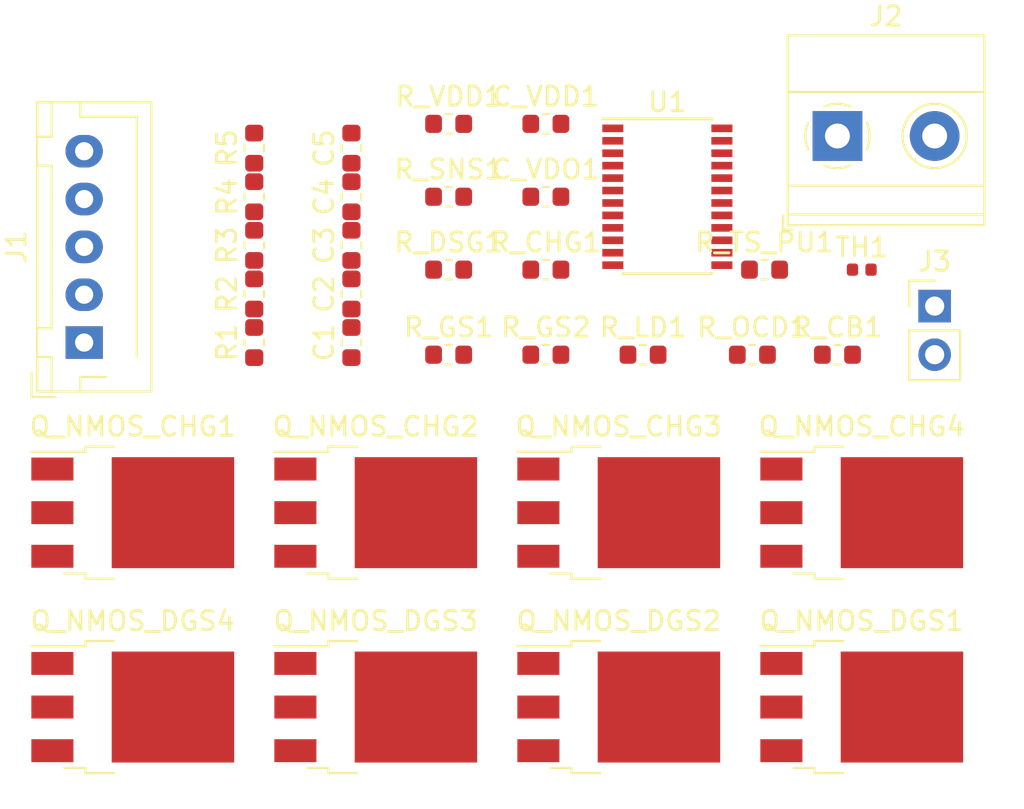
<source format=kicad_pcb>
(kicad_pcb (version 20171130) (host pcbnew "(5.0.0)")

  (general
    (thickness 1.6)
    (drawings 0)
    (tracks 0)
    (zones 0)
    (modules 35)
    (nets 36)
  )

  (page A4)
  (layers
    (0 F.Cu signal)
    (31 B.Cu signal)
    (32 B.Adhes user)
    (33 F.Adhes user)
    (34 B.Paste user)
    (35 F.Paste user)
    (36 B.SilkS user)
    (37 F.SilkS user)
    (38 B.Mask user)
    (39 F.Mask user)
    (40 Dwgs.User user)
    (41 Cmts.User user)
    (42 Eco1.User user)
    (43 Eco2.User user)
    (44 Edge.Cuts user)
    (45 Margin user)
    (46 B.CrtYd user)
    (47 F.CrtYd user)
    (48 B.Fab user)
    (49 F.Fab user)
  )

  (setup
    (last_trace_width 0.25)
    (trace_clearance 0.2)
    (zone_clearance 0.508)
    (zone_45_only no)
    (trace_min 0.2)
    (segment_width 0.2)
    (edge_width 0.15)
    (via_size 0.8)
    (via_drill 0.4)
    (via_min_size 0.4)
    (via_min_drill 0.3)
    (uvia_size 0.3)
    (uvia_drill 0.1)
    (uvias_allowed no)
    (uvia_min_size 0.2)
    (uvia_min_drill 0.1)
    (pcb_text_width 0.3)
    (pcb_text_size 1.5 1.5)
    (mod_edge_width 0.15)
    (mod_text_size 1 1)
    (mod_text_width 0.15)
    (pad_size 1.524 1.524)
    (pad_drill 0.762)
    (pad_to_mask_clearance 0.2)
    (aux_axis_origin 0 0)
    (visible_elements 7FFFFFFF)
    (pcbplotparams
      (layerselection 0x010fc_ffffffff)
      (usegerberextensions false)
      (usegerberattributes false)
      (usegerberadvancedattributes false)
      (creategerberjobfile false)
      (excludeedgelayer true)
      (linewidth 0.100000)
      (plotframeref false)
      (viasonmask false)
      (mode 1)
      (useauxorigin false)
      (hpglpennumber 1)
      (hpglpenspeed 20)
      (hpglpendiameter 15.000000)
      (psnegative false)
      (psa4output false)
      (plotreference true)
      (plotvalue true)
      (plotinvisibletext false)
      (padsonsilk false)
      (subtractmaskfromsilk false)
      (outputformat 1)
      (mirror false)
      (drillshape 1)
      (scaleselection 1)
      (outputdirectory ""))
  )

  (net 0 "")
  (net 1 GNDREF)
  (net 2 "Net-(C1-Pad2)")
  (net 3 "Net-(C2-Pad1)")
  (net 4 "Net-(C3-Pad1)")
  (net 5 "Net-(C4-Pad1)")
  (net 6 "Net-(C5-Pad1)")
  (net 7 "Net-(C_VDD1-Pad1)")
  (net 8 "Net-(C_VDO1-Pad1)")
  (net 9 "Net-(J1-Pad1)")
  (net 10 "Net-(J1-Pad2)")
  (net 11 "Net-(J1-Pad3)")
  (net 12 "Net-(J1-Pad4)")
  (net 13 PACK+)
  (net 14 PACK-)
  (net 15 +5V)
  (net 16 PRES)
  (net 17 "Net-(Q_NMOS_CHG1-Pad1)")
  (net 18 "Net-(Q_NMOS_CHG2-Pad1)")
  (net 19 "Net-(Q_NMOS_CHG2-Pad3)")
  (net 20 "Net-(Q_NMOS_CHG3-Pad3)")
  (net 21 "Net-(Q_NMOS_DGS1-Pad3)")
  (net 22 "Net-(Q_NMOS_DGS1-Pad1)")
  (net 23 "Net-(Q_NMOS_DGS2-Pad1)")
  (net 24 "Net-(Q_NMOS_DGS3-Pad1)")
  (net 25 "Net-(R_CB1-Pad1)")
  (net 26 "Net-(R_CHG1-Pad1)")
  (net 27 "Net-(Q_NMOS_CHG1-Pad2)")
  (net 28 "Net-(Q_NMOS_DGS1-Pad2)")
  (net 29 "Net-(R_DSG1-Pad1)")
  (net 30 "Net-(R_LD1-Pad1)")
  (net 31 "Net-(R_OCD1-Pad1)")
  (net 32 "Net-(R_TS_PU1-Pad2)")
  (net 33 "Net-(R_TS_PU1-Pad1)")
  (net 34 "Net-(U1-Pad15)")
  (net 35 "Net-(U1-Pad21)")

  (net_class Default "This is the default net class."
    (clearance 0.2)
    (trace_width 0.25)
    (via_dia 0.8)
    (via_drill 0.4)
    (uvia_dia 0.3)
    (uvia_drill 0.1)
    (add_net +5V)
    (add_net GNDREF)
    (add_net "Net-(C1-Pad2)")
    (add_net "Net-(C2-Pad1)")
    (add_net "Net-(C3-Pad1)")
    (add_net "Net-(C4-Pad1)")
    (add_net "Net-(C5-Pad1)")
    (add_net "Net-(C_VDD1-Pad1)")
    (add_net "Net-(C_VDO1-Pad1)")
    (add_net "Net-(J1-Pad1)")
    (add_net "Net-(J1-Pad2)")
    (add_net "Net-(J1-Pad3)")
    (add_net "Net-(J1-Pad4)")
    (add_net "Net-(Q_NMOS_CHG1-Pad1)")
    (add_net "Net-(Q_NMOS_CHG1-Pad2)")
    (add_net "Net-(Q_NMOS_CHG2-Pad1)")
    (add_net "Net-(Q_NMOS_CHG2-Pad3)")
    (add_net "Net-(Q_NMOS_CHG3-Pad3)")
    (add_net "Net-(Q_NMOS_DGS1-Pad1)")
    (add_net "Net-(Q_NMOS_DGS1-Pad2)")
    (add_net "Net-(Q_NMOS_DGS1-Pad3)")
    (add_net "Net-(Q_NMOS_DGS2-Pad1)")
    (add_net "Net-(Q_NMOS_DGS3-Pad1)")
    (add_net "Net-(R_CB1-Pad1)")
    (add_net "Net-(R_CHG1-Pad1)")
    (add_net "Net-(R_DSG1-Pad1)")
    (add_net "Net-(R_LD1-Pad1)")
    (add_net "Net-(R_OCD1-Pad1)")
    (add_net "Net-(R_TS_PU1-Pad1)")
    (add_net "Net-(R_TS_PU1-Pad2)")
    (add_net "Net-(U1-Pad15)")
    (add_net "Net-(U1-Pad21)")
    (add_net PACK+)
    (add_net PACK-)
    (add_net PRES)
  )

  (module Capacitor_SMD:C_0603_1608Metric (layer F.Cu) (tedit 5B301BBE) (tstamp 5D4CFC9F)
    (at 67.31 63.5 90)
    (descr "Capacitor SMD 0603 (1608 Metric), square (rectangular) end terminal, IPC_7351 nominal, (Body size source: http://www.tortai-tech.com/upload/download/2011102023233369053.pdf), generated with kicad-footprint-generator")
    (tags capacitor)
    (path /5D2EE17D)
    (attr smd)
    (fp_text reference C1 (at 0 -1.43 90) (layer F.SilkS)
      (effects (font (size 1 1) (thickness 0.15)))
    )
    (fp_text value 1uF (at 0 1.43 90) (layer F.Fab)
      (effects (font (size 1 1) (thickness 0.15)))
    )
    (fp_line (start -0.8 0.4) (end -0.8 -0.4) (layer F.Fab) (width 0.1))
    (fp_line (start -0.8 -0.4) (end 0.8 -0.4) (layer F.Fab) (width 0.1))
    (fp_line (start 0.8 -0.4) (end 0.8 0.4) (layer F.Fab) (width 0.1))
    (fp_line (start 0.8 0.4) (end -0.8 0.4) (layer F.Fab) (width 0.1))
    (fp_line (start -0.162779 -0.51) (end 0.162779 -0.51) (layer F.SilkS) (width 0.12))
    (fp_line (start -0.162779 0.51) (end 0.162779 0.51) (layer F.SilkS) (width 0.12))
    (fp_line (start -1.48 0.73) (end -1.48 -0.73) (layer F.CrtYd) (width 0.05))
    (fp_line (start -1.48 -0.73) (end 1.48 -0.73) (layer F.CrtYd) (width 0.05))
    (fp_line (start 1.48 -0.73) (end 1.48 0.73) (layer F.CrtYd) (width 0.05))
    (fp_line (start 1.48 0.73) (end -1.48 0.73) (layer F.CrtYd) (width 0.05))
    (fp_text user %R (at 0 0 90) (layer F.Fab)
      (effects (font (size 0.4 0.4) (thickness 0.06)))
    )
    (pad 1 smd roundrect (at -0.7875 0 90) (size 0.875 0.95) (layers F.Cu F.Paste F.Mask) (roundrect_rratio 0.25)
      (net 1 GNDREF))
    (pad 2 smd roundrect (at 0.7875 0 90) (size 0.875 0.95) (layers F.Cu F.Paste F.Mask) (roundrect_rratio 0.25)
      (net 2 "Net-(C1-Pad2)"))
    (model ${KISYS3DMOD}/Capacitor_SMD.3dshapes/C_0603_1608Metric.wrl
      (at (xyz 0 0 0))
      (scale (xyz 1 1 1))
      (rotate (xyz 0 0 0))
    )
  )

  (module Capacitor_SMD:C_0603_1608Metric (layer F.Cu) (tedit 5B301BBE) (tstamp 5D4CFCB0)
    (at 67.31 60.96 90)
    (descr "Capacitor SMD 0603 (1608 Metric), square (rectangular) end terminal, IPC_7351 nominal, (Body size source: http://www.tortai-tech.com/upload/download/2011102023233369053.pdf), generated with kicad-footprint-generator")
    (tags capacitor)
    (path /5D2E252F)
    (attr smd)
    (fp_text reference C2 (at 0 -1.43 90) (layer F.SilkS)
      (effects (font (size 1 1) (thickness 0.15)))
    )
    (fp_text value 1uF (at 0 1.43 90) (layer F.Fab)
      (effects (font (size 1 1) (thickness 0.15)))
    )
    (fp_text user %R (at 0 0 90) (layer F.Fab)
      (effects (font (size 0.4 0.4) (thickness 0.06)))
    )
    (fp_line (start 1.48 0.73) (end -1.48 0.73) (layer F.CrtYd) (width 0.05))
    (fp_line (start 1.48 -0.73) (end 1.48 0.73) (layer F.CrtYd) (width 0.05))
    (fp_line (start -1.48 -0.73) (end 1.48 -0.73) (layer F.CrtYd) (width 0.05))
    (fp_line (start -1.48 0.73) (end -1.48 -0.73) (layer F.CrtYd) (width 0.05))
    (fp_line (start -0.162779 0.51) (end 0.162779 0.51) (layer F.SilkS) (width 0.12))
    (fp_line (start -0.162779 -0.51) (end 0.162779 -0.51) (layer F.SilkS) (width 0.12))
    (fp_line (start 0.8 0.4) (end -0.8 0.4) (layer F.Fab) (width 0.1))
    (fp_line (start 0.8 -0.4) (end 0.8 0.4) (layer F.Fab) (width 0.1))
    (fp_line (start -0.8 -0.4) (end 0.8 -0.4) (layer F.Fab) (width 0.1))
    (fp_line (start -0.8 0.4) (end -0.8 -0.4) (layer F.Fab) (width 0.1))
    (pad 2 smd roundrect (at 0.7875 0 90) (size 0.875 0.95) (layers F.Cu F.Paste F.Mask) (roundrect_rratio 0.25)
      (net 1 GNDREF))
    (pad 1 smd roundrect (at -0.7875 0 90) (size 0.875 0.95) (layers F.Cu F.Paste F.Mask) (roundrect_rratio 0.25)
      (net 3 "Net-(C2-Pad1)"))
    (model ${KISYS3DMOD}/Capacitor_SMD.3dshapes/C_0603_1608Metric.wrl
      (at (xyz 0 0 0))
      (scale (xyz 1 1 1))
      (rotate (xyz 0 0 0))
    )
  )

  (module Capacitor_SMD:C_0603_1608Metric (layer F.Cu) (tedit 5B301BBE) (tstamp 5D4CFCC1)
    (at 67.31 58.42 90)
    (descr "Capacitor SMD 0603 (1608 Metric), square (rectangular) end terminal, IPC_7351 nominal, (Body size source: http://www.tortai-tech.com/upload/download/2011102023233369053.pdf), generated with kicad-footprint-generator")
    (tags capacitor)
    (path /5D2E2503)
    (attr smd)
    (fp_text reference C3 (at 0 -1.43 90) (layer F.SilkS)
      (effects (font (size 1 1) (thickness 0.15)))
    )
    (fp_text value 1uF (at 0 1.43 90) (layer F.Fab)
      (effects (font (size 1 1) (thickness 0.15)))
    )
    (fp_line (start -0.8 0.4) (end -0.8 -0.4) (layer F.Fab) (width 0.1))
    (fp_line (start -0.8 -0.4) (end 0.8 -0.4) (layer F.Fab) (width 0.1))
    (fp_line (start 0.8 -0.4) (end 0.8 0.4) (layer F.Fab) (width 0.1))
    (fp_line (start 0.8 0.4) (end -0.8 0.4) (layer F.Fab) (width 0.1))
    (fp_line (start -0.162779 -0.51) (end 0.162779 -0.51) (layer F.SilkS) (width 0.12))
    (fp_line (start -0.162779 0.51) (end 0.162779 0.51) (layer F.SilkS) (width 0.12))
    (fp_line (start -1.48 0.73) (end -1.48 -0.73) (layer F.CrtYd) (width 0.05))
    (fp_line (start -1.48 -0.73) (end 1.48 -0.73) (layer F.CrtYd) (width 0.05))
    (fp_line (start 1.48 -0.73) (end 1.48 0.73) (layer F.CrtYd) (width 0.05))
    (fp_line (start 1.48 0.73) (end -1.48 0.73) (layer F.CrtYd) (width 0.05))
    (fp_text user %R (at 0 0 90) (layer F.Fab)
      (effects (font (size 0.4 0.4) (thickness 0.06)))
    )
    (pad 1 smd roundrect (at -0.7875 0 90) (size 0.875 0.95) (layers F.Cu F.Paste F.Mask) (roundrect_rratio 0.25)
      (net 4 "Net-(C3-Pad1)"))
    (pad 2 smd roundrect (at 0.7875 0 90) (size 0.875 0.95) (layers F.Cu F.Paste F.Mask) (roundrect_rratio 0.25)
      (net 3 "Net-(C2-Pad1)"))
    (model ${KISYS3DMOD}/Capacitor_SMD.3dshapes/C_0603_1608Metric.wrl
      (at (xyz 0 0 0))
      (scale (xyz 1 1 1))
      (rotate (xyz 0 0 0))
    )
  )

  (module Capacitor_SMD:C_0603_1608Metric (layer F.Cu) (tedit 5B301BBE) (tstamp 5D4CFCD2)
    (at 67.31 55.88 90)
    (descr "Capacitor SMD 0603 (1608 Metric), square (rectangular) end terminal, IPC_7351 nominal, (Body size source: http://www.tortai-tech.com/upload/download/2011102023233369053.pdf), generated with kicad-footprint-generator")
    (tags capacitor)
    (path /5D2E2455)
    (attr smd)
    (fp_text reference C4 (at 0 -1.43 90) (layer F.SilkS)
      (effects (font (size 1 1) (thickness 0.15)))
    )
    (fp_text value 1uF (at 0 1.43 90) (layer F.Fab)
      (effects (font (size 1 1) (thickness 0.15)))
    )
    (fp_text user %R (at 0 0 90) (layer F.Fab)
      (effects (font (size 0.4 0.4) (thickness 0.06)))
    )
    (fp_line (start 1.48 0.73) (end -1.48 0.73) (layer F.CrtYd) (width 0.05))
    (fp_line (start 1.48 -0.73) (end 1.48 0.73) (layer F.CrtYd) (width 0.05))
    (fp_line (start -1.48 -0.73) (end 1.48 -0.73) (layer F.CrtYd) (width 0.05))
    (fp_line (start -1.48 0.73) (end -1.48 -0.73) (layer F.CrtYd) (width 0.05))
    (fp_line (start -0.162779 0.51) (end 0.162779 0.51) (layer F.SilkS) (width 0.12))
    (fp_line (start -0.162779 -0.51) (end 0.162779 -0.51) (layer F.SilkS) (width 0.12))
    (fp_line (start 0.8 0.4) (end -0.8 0.4) (layer F.Fab) (width 0.1))
    (fp_line (start 0.8 -0.4) (end 0.8 0.4) (layer F.Fab) (width 0.1))
    (fp_line (start -0.8 -0.4) (end 0.8 -0.4) (layer F.Fab) (width 0.1))
    (fp_line (start -0.8 0.4) (end -0.8 -0.4) (layer F.Fab) (width 0.1))
    (pad 2 smd roundrect (at 0.7875 0 90) (size 0.875 0.95) (layers F.Cu F.Paste F.Mask) (roundrect_rratio 0.25)
      (net 4 "Net-(C3-Pad1)"))
    (pad 1 smd roundrect (at -0.7875 0 90) (size 0.875 0.95) (layers F.Cu F.Paste F.Mask) (roundrect_rratio 0.25)
      (net 5 "Net-(C4-Pad1)"))
    (model ${KISYS3DMOD}/Capacitor_SMD.3dshapes/C_0603_1608Metric.wrl
      (at (xyz 0 0 0))
      (scale (xyz 1 1 1))
      (rotate (xyz 0 0 0))
    )
  )

  (module Capacitor_SMD:C_0603_1608Metric (layer F.Cu) (tedit 5B301BBE) (tstamp 5D4CFCE3)
    (at 67.31 53.34 90)
    (descr "Capacitor SMD 0603 (1608 Metric), square (rectangular) end terminal, IPC_7351 nominal, (Body size source: http://www.tortai-tech.com/upload/download/2011102023233369053.pdf), generated with kicad-footprint-generator")
    (tags capacitor)
    (path /5D2E1FDB)
    (attr smd)
    (fp_text reference C5 (at 0 -1.43 90) (layer F.SilkS)
      (effects (font (size 1 1) (thickness 0.15)))
    )
    (fp_text value 1uF (at 0 1.43 90) (layer F.Fab)
      (effects (font (size 1 1) (thickness 0.15)))
    )
    (fp_line (start -0.8 0.4) (end -0.8 -0.4) (layer F.Fab) (width 0.1))
    (fp_line (start -0.8 -0.4) (end 0.8 -0.4) (layer F.Fab) (width 0.1))
    (fp_line (start 0.8 -0.4) (end 0.8 0.4) (layer F.Fab) (width 0.1))
    (fp_line (start 0.8 0.4) (end -0.8 0.4) (layer F.Fab) (width 0.1))
    (fp_line (start -0.162779 -0.51) (end 0.162779 -0.51) (layer F.SilkS) (width 0.12))
    (fp_line (start -0.162779 0.51) (end 0.162779 0.51) (layer F.SilkS) (width 0.12))
    (fp_line (start -1.48 0.73) (end -1.48 -0.73) (layer F.CrtYd) (width 0.05))
    (fp_line (start -1.48 -0.73) (end 1.48 -0.73) (layer F.CrtYd) (width 0.05))
    (fp_line (start 1.48 -0.73) (end 1.48 0.73) (layer F.CrtYd) (width 0.05))
    (fp_line (start 1.48 0.73) (end -1.48 0.73) (layer F.CrtYd) (width 0.05))
    (fp_text user %R (at 0 0 90) (layer F.Fab)
      (effects (font (size 0.4 0.4) (thickness 0.06)))
    )
    (pad 1 smd roundrect (at -0.7875 0 90) (size 0.875 0.95) (layers F.Cu F.Paste F.Mask) (roundrect_rratio 0.25)
      (net 6 "Net-(C5-Pad1)"))
    (pad 2 smd roundrect (at 0.7875 0 90) (size 0.875 0.95) (layers F.Cu F.Paste F.Mask) (roundrect_rratio 0.25)
      (net 5 "Net-(C4-Pad1)"))
    (model ${KISYS3DMOD}/Capacitor_SMD.3dshapes/C_0603_1608Metric.wrl
      (at (xyz 0 0 0))
      (scale (xyz 1 1 1))
      (rotate (xyz 0 0 0))
    )
  )

  (module Capacitor_SMD:C_0603_1608Metric (layer F.Cu) (tedit 5B301BBE) (tstamp 5D4CFCF4)
    (at 77.47 52.07)
    (descr "Capacitor SMD 0603 (1608 Metric), square (rectangular) end terminal, IPC_7351 nominal, (Body size source: http://www.tortai-tech.com/upload/download/2011102023233369053.pdf), generated with kicad-footprint-generator")
    (tags capacitor)
    (path /5D303BCB)
    (attr smd)
    (fp_text reference C_VDD1 (at 0 -1.43) (layer F.SilkS)
      (effects (font (size 1 1) (thickness 0.15)))
    )
    (fp_text value 1uF (at 0 1.43) (layer F.Fab)
      (effects (font (size 1 1) (thickness 0.15)))
    )
    (fp_text user %R (at 0 0) (layer F.Fab)
      (effects (font (size 0.4 0.4) (thickness 0.06)))
    )
    (fp_line (start 1.48 0.73) (end -1.48 0.73) (layer F.CrtYd) (width 0.05))
    (fp_line (start 1.48 -0.73) (end 1.48 0.73) (layer F.CrtYd) (width 0.05))
    (fp_line (start -1.48 -0.73) (end 1.48 -0.73) (layer F.CrtYd) (width 0.05))
    (fp_line (start -1.48 0.73) (end -1.48 -0.73) (layer F.CrtYd) (width 0.05))
    (fp_line (start -0.162779 0.51) (end 0.162779 0.51) (layer F.SilkS) (width 0.12))
    (fp_line (start -0.162779 -0.51) (end 0.162779 -0.51) (layer F.SilkS) (width 0.12))
    (fp_line (start 0.8 0.4) (end -0.8 0.4) (layer F.Fab) (width 0.1))
    (fp_line (start 0.8 -0.4) (end 0.8 0.4) (layer F.Fab) (width 0.1))
    (fp_line (start -0.8 -0.4) (end 0.8 -0.4) (layer F.Fab) (width 0.1))
    (fp_line (start -0.8 0.4) (end -0.8 -0.4) (layer F.Fab) (width 0.1))
    (pad 2 smd roundrect (at 0.7875 0) (size 0.875 0.95) (layers F.Cu F.Paste F.Mask) (roundrect_rratio 0.25)
      (net 1 GNDREF))
    (pad 1 smd roundrect (at -0.7875 0) (size 0.875 0.95) (layers F.Cu F.Paste F.Mask) (roundrect_rratio 0.25)
      (net 7 "Net-(C_VDD1-Pad1)"))
    (model ${KISYS3DMOD}/Capacitor_SMD.3dshapes/C_0603_1608Metric.wrl
      (at (xyz 0 0 0))
      (scale (xyz 1 1 1))
      (rotate (xyz 0 0 0))
    )
  )

  (module Capacitor_SMD:C_0603_1608Metric (layer F.Cu) (tedit 5B301BBE) (tstamp 5D4CFD05)
    (at 77.47 55.88)
    (descr "Capacitor SMD 0603 (1608 Metric), square (rectangular) end terminal, IPC_7351 nominal, (Body size source: http://www.tortai-tech.com/upload/download/2011102023233369053.pdf), generated with kicad-footprint-generator")
    (tags capacitor)
    (path /5D303C73)
    (attr smd)
    (fp_text reference C_VDO1 (at 0 -1.43) (layer F.SilkS)
      (effects (font (size 1 1) (thickness 0.15)))
    )
    (fp_text value 1uF (at 0 1.43) (layer F.Fab)
      (effects (font (size 1 1) (thickness 0.15)))
    )
    (fp_line (start -0.8 0.4) (end -0.8 -0.4) (layer F.Fab) (width 0.1))
    (fp_line (start -0.8 -0.4) (end 0.8 -0.4) (layer F.Fab) (width 0.1))
    (fp_line (start 0.8 -0.4) (end 0.8 0.4) (layer F.Fab) (width 0.1))
    (fp_line (start 0.8 0.4) (end -0.8 0.4) (layer F.Fab) (width 0.1))
    (fp_line (start -0.162779 -0.51) (end 0.162779 -0.51) (layer F.SilkS) (width 0.12))
    (fp_line (start -0.162779 0.51) (end 0.162779 0.51) (layer F.SilkS) (width 0.12))
    (fp_line (start -1.48 0.73) (end -1.48 -0.73) (layer F.CrtYd) (width 0.05))
    (fp_line (start -1.48 -0.73) (end 1.48 -0.73) (layer F.CrtYd) (width 0.05))
    (fp_line (start 1.48 -0.73) (end 1.48 0.73) (layer F.CrtYd) (width 0.05))
    (fp_line (start 1.48 0.73) (end -1.48 0.73) (layer F.CrtYd) (width 0.05))
    (fp_text user %R (at 0 0) (layer F.Fab)
      (effects (font (size 0.4 0.4) (thickness 0.06)))
    )
    (pad 1 smd roundrect (at -0.7875 0) (size 0.875 0.95) (layers F.Cu F.Paste F.Mask) (roundrect_rratio 0.25)
      (net 8 "Net-(C_VDO1-Pad1)"))
    (pad 2 smd roundrect (at 0.7875 0) (size 0.875 0.95) (layers F.Cu F.Paste F.Mask) (roundrect_rratio 0.25)
      (net 1 GNDREF))
    (model ${KISYS3DMOD}/Capacitor_SMD.3dshapes/C_0603_1608Metric.wrl
      (at (xyz 0 0 0))
      (scale (xyz 1 1 1))
      (rotate (xyz 0 0 0))
    )
  )

  (module Connector_JST:JST_XH_B05B-XH-AM_1x05_P2.50mm_Vertical (layer F.Cu) (tedit 5A2731AA) (tstamp 5D4CFD32)
    (at 53.34 63.5 90)
    (descr "JST XH series connector, B05B-XH-AM, with boss (http://www.jst-mfg.com/product/pdf/eng/eXH.pdf), generated with kicad-footprint-generator")
    (tags "connector JST XH side entry boss")
    (path /5D2E0BFC)
    (fp_text reference J1 (at 5 -3.55 90) (layer F.SilkS)
      (effects (font (size 1 1) (thickness 0.15)))
    )
    (fp_text value Conn_01x05_Female (at 5 4.6 90) (layer F.Fab)
      (effects (font (size 1 1) (thickness 0.15)))
    )
    (fp_line (start -2.45 -2.35) (end -2.45 3.4) (layer F.Fab) (width 0.1))
    (fp_line (start -2.45 3.4) (end 12.45 3.4) (layer F.Fab) (width 0.1))
    (fp_line (start 12.45 3.4) (end 12.45 -2.35) (layer F.Fab) (width 0.1))
    (fp_line (start 12.45 -2.35) (end -2.45 -2.35) (layer F.Fab) (width 0.1))
    (fp_line (start -2.56 -2.46) (end -2.56 3.51) (layer F.SilkS) (width 0.12))
    (fp_line (start -2.56 3.51) (end 12.56 3.51) (layer F.SilkS) (width 0.12))
    (fp_line (start 12.56 3.51) (end 12.56 -2.46) (layer F.SilkS) (width 0.12))
    (fp_line (start 12.56 -2.46) (end -2.56 -2.46) (layer F.SilkS) (width 0.12))
    (fp_line (start -2.95 -2.85) (end -2.95 3.9) (layer F.CrtYd) (width 0.05))
    (fp_line (start -2.95 3.9) (end 12.95 3.9) (layer F.CrtYd) (width 0.05))
    (fp_line (start 12.95 3.9) (end 12.95 -2.85) (layer F.CrtYd) (width 0.05))
    (fp_line (start 12.95 -2.85) (end -2.95 -2.85) (layer F.CrtYd) (width 0.05))
    (fp_line (start -0.625 -2.35) (end 0 -1.35) (layer F.Fab) (width 0.1))
    (fp_line (start 0 -1.35) (end 0.625 -2.35) (layer F.Fab) (width 0.1))
    (fp_line (start 0.75 -2.45) (end 0.75 -1.7) (layer F.SilkS) (width 0.12))
    (fp_line (start 0.75 -1.7) (end 9.25 -1.7) (layer F.SilkS) (width 0.12))
    (fp_line (start 9.25 -1.7) (end 9.25 -2.45) (layer F.SilkS) (width 0.12))
    (fp_line (start 9.25 -2.45) (end 0.75 -2.45) (layer F.SilkS) (width 0.12))
    (fp_line (start -2.55 -2.45) (end -2.55 -1.7) (layer F.SilkS) (width 0.12))
    (fp_line (start -2.55 -1.7) (end -0.75 -1.7) (layer F.SilkS) (width 0.12))
    (fp_line (start -0.75 -1.7) (end -0.75 -2.45) (layer F.SilkS) (width 0.12))
    (fp_line (start -0.75 -2.45) (end -2.55 -2.45) (layer F.SilkS) (width 0.12))
    (fp_line (start 10.75 -2.45) (end 10.75 -1.7) (layer F.SilkS) (width 0.12))
    (fp_line (start 10.75 -1.7) (end 12.55 -1.7) (layer F.SilkS) (width 0.12))
    (fp_line (start 12.55 -1.7) (end 12.55 -2.45) (layer F.SilkS) (width 0.12))
    (fp_line (start 12.55 -2.45) (end 10.75 -2.45) (layer F.SilkS) (width 0.12))
    (fp_line (start -2.55 -0.2) (end -1.8 -0.2) (layer F.SilkS) (width 0.12))
    (fp_line (start -1.8 -0.2) (end -1.8 1.14) (layer F.SilkS) (width 0.12))
    (fp_line (start 5 2.75) (end -0.74 2.75) (layer F.SilkS) (width 0.12))
    (fp_line (start 12.55 -0.2) (end 11.8 -0.2) (layer F.SilkS) (width 0.12))
    (fp_line (start 11.8 -0.2) (end 11.8 2.75) (layer F.SilkS) (width 0.12))
    (fp_line (start 11.8 2.75) (end 5 2.75) (layer F.SilkS) (width 0.12))
    (fp_line (start -1.6 -2.75) (end -2.85 -2.75) (layer F.SilkS) (width 0.12))
    (fp_line (start -2.85 -2.75) (end -2.85 -1.5) (layer F.SilkS) (width 0.12))
    (fp_text user %R (at 5 2.7 90) (layer F.Fab)
      (effects (font (size 1 1) (thickness 0.15)))
    )
    (pad 1 thru_hole rect (at 0 0 90) (size 1.7 1.95) (drill 0.95) (layers *.Cu *.Mask)
      (net 9 "Net-(J1-Pad1)"))
    (pad 2 thru_hole oval (at 2.5 0 90) (size 1.7 1.95) (drill 0.95) (layers *.Cu *.Mask)
      (net 10 "Net-(J1-Pad2)"))
    (pad 3 thru_hole oval (at 5 0 90) (size 1.7 1.95) (drill 0.95) (layers *.Cu *.Mask)
      (net 11 "Net-(J1-Pad3)"))
    (pad 4 thru_hole oval (at 7.5 0 90) (size 1.7 1.95) (drill 0.95) (layers *.Cu *.Mask)
      (net 12 "Net-(J1-Pad4)"))
    (pad 5 thru_hole oval (at 10 0 90) (size 1.7 1.95) (drill 0.95) (layers *.Cu *.Mask)
      (net 13 PACK+))
    (pad "" np_thru_hole circle (at -1.6 2 90) (size 1.2 1.2) (drill 1.2) (layers *.Cu *.Mask))
    (model ${KISYS3DMOD}/Connector_JST.3dshapes/JST_XH_B05B-XH-AM_1x05_P2.50mm_Vertical.wrl
      (at (xyz 0 0 0))
      (scale (xyz 1 1 1))
      (rotate (xyz 0 0 0))
    )
  )

  (module TerminalBlock_Phoenix:TerminalBlock_Phoenix_MKDS-1,5-2-5.08_1x02_P5.08mm_Horizontal (layer F.Cu) (tedit 5B294EBC) (tstamp 5D4CFD5E)
    (at 92.71 52.705)
    (descr "Terminal Block Phoenix MKDS-1,5-2-5.08, 2 pins, pitch 5.08mm, size 10.2x9.8mm^2, drill diamater 1.3mm, pad diameter 2.6mm, see http://www.farnell.com/datasheets/100425.pdf, script-generated using https://github.com/pointhi/kicad-footprint-generator/scripts/TerminalBlock_Phoenix")
    (tags "THT Terminal Block Phoenix MKDS-1,5-2-5.08 pitch 5.08mm size 10.2x9.8mm^2 drill 1.3mm pad 2.6mm")
    (path /5D395A6C)
    (fp_text reference J2 (at 2.54 -6.26) (layer F.SilkS)
      (effects (font (size 1 1) (thickness 0.15)))
    )
    (fp_text value Conn_01x02 (at 2.54 5.66) (layer F.Fab)
      (effects (font (size 1 1) (thickness 0.15)))
    )
    (fp_arc (start 0 0) (end 0 1.68) (angle -24) (layer F.SilkS) (width 0.12))
    (fp_arc (start 0 0) (end 1.535 0.684) (angle -48) (layer F.SilkS) (width 0.12))
    (fp_arc (start 0 0) (end 0.684 -1.535) (angle -48) (layer F.SilkS) (width 0.12))
    (fp_arc (start 0 0) (end -1.535 -0.684) (angle -48) (layer F.SilkS) (width 0.12))
    (fp_arc (start 0 0) (end -0.684 1.535) (angle -25) (layer F.SilkS) (width 0.12))
    (fp_circle (center 0 0) (end 1.5 0) (layer F.Fab) (width 0.1))
    (fp_circle (center 5.08 0) (end 6.58 0) (layer F.Fab) (width 0.1))
    (fp_circle (center 5.08 0) (end 6.76 0) (layer F.SilkS) (width 0.12))
    (fp_line (start -2.54 -5.2) (end 7.62 -5.2) (layer F.Fab) (width 0.1))
    (fp_line (start 7.62 -5.2) (end 7.62 4.6) (layer F.Fab) (width 0.1))
    (fp_line (start 7.62 4.6) (end -2.04 4.6) (layer F.Fab) (width 0.1))
    (fp_line (start -2.04 4.6) (end -2.54 4.1) (layer F.Fab) (width 0.1))
    (fp_line (start -2.54 4.1) (end -2.54 -5.2) (layer F.Fab) (width 0.1))
    (fp_line (start -2.54 4.1) (end 7.62 4.1) (layer F.Fab) (width 0.1))
    (fp_line (start -2.6 4.1) (end 7.68 4.1) (layer F.SilkS) (width 0.12))
    (fp_line (start -2.54 2.6) (end 7.62 2.6) (layer F.Fab) (width 0.1))
    (fp_line (start -2.6 2.6) (end 7.68 2.6) (layer F.SilkS) (width 0.12))
    (fp_line (start -2.54 -2.3) (end 7.62 -2.3) (layer F.Fab) (width 0.1))
    (fp_line (start -2.6 -2.301) (end 7.68 -2.301) (layer F.SilkS) (width 0.12))
    (fp_line (start -2.6 -5.261) (end 7.68 -5.261) (layer F.SilkS) (width 0.12))
    (fp_line (start -2.6 4.66) (end 7.68 4.66) (layer F.SilkS) (width 0.12))
    (fp_line (start -2.6 -5.261) (end -2.6 4.66) (layer F.SilkS) (width 0.12))
    (fp_line (start 7.68 -5.261) (end 7.68 4.66) (layer F.SilkS) (width 0.12))
    (fp_line (start 1.138 -0.955) (end -0.955 1.138) (layer F.Fab) (width 0.1))
    (fp_line (start 0.955 -1.138) (end -1.138 0.955) (layer F.Fab) (width 0.1))
    (fp_line (start 6.218 -0.955) (end 4.126 1.138) (layer F.Fab) (width 0.1))
    (fp_line (start 6.035 -1.138) (end 3.943 0.955) (layer F.Fab) (width 0.1))
    (fp_line (start 6.355 -1.069) (end 6.308 -1.023) (layer F.SilkS) (width 0.12))
    (fp_line (start 4.046 1.239) (end 4.011 1.274) (layer F.SilkS) (width 0.12))
    (fp_line (start 6.15 -1.275) (end 6.115 -1.239) (layer F.SilkS) (width 0.12))
    (fp_line (start 3.853 1.023) (end 3.806 1.069) (layer F.SilkS) (width 0.12))
    (fp_line (start -2.84 4.16) (end -2.84 4.9) (layer F.SilkS) (width 0.12))
    (fp_line (start -2.84 4.9) (end -2.34 4.9) (layer F.SilkS) (width 0.12))
    (fp_line (start -3.04 -5.71) (end -3.04 5.1) (layer F.CrtYd) (width 0.05))
    (fp_line (start -3.04 5.1) (end 8.13 5.1) (layer F.CrtYd) (width 0.05))
    (fp_line (start 8.13 5.1) (end 8.13 -5.71) (layer F.CrtYd) (width 0.05))
    (fp_line (start 8.13 -5.71) (end -3.04 -5.71) (layer F.CrtYd) (width 0.05))
    (fp_text user %R (at 2.54 3.2) (layer F.Fab)
      (effects (font (size 1 1) (thickness 0.15)))
    )
    (pad 1 thru_hole rect (at 0 0) (size 2.6 2.6) (drill 1.3) (layers *.Cu *.Mask)
      (net 13 PACK+))
    (pad 2 thru_hole circle (at 5.08 0) (size 2.6 2.6) (drill 1.3) (layers *.Cu *.Mask)
      (net 14 PACK-))
    (model ${KISYS3DMOD}/TerminalBlock_Phoenix.3dshapes/TerminalBlock_Phoenix_MKDS-1,5-2-5.08_1x02_P5.08mm_Horizontal.wrl
      (at (xyz 0 0 0))
      (scale (xyz 1 1 1))
      (rotate (xyz 0 0 0))
    )
  )

  (module Connector_PinHeader_2.54mm:PinHeader_1x02_P2.54mm_Vertical (layer F.Cu) (tedit 59FED5CC) (tstamp 5D4CFD74)
    (at 97.79 61.595)
    (descr "Through hole straight pin header, 1x02, 2.54mm pitch, single row")
    (tags "Through hole pin header THT 1x02 2.54mm single row")
    (path /5D39668F)
    (fp_text reference J3 (at 0 -2.33) (layer F.SilkS)
      (effects (font (size 1 1) (thickness 0.15)))
    )
    (fp_text value Conn_01x02 (at 0 4.87) (layer F.Fab)
      (effects (font (size 1 1) (thickness 0.15)))
    )
    (fp_line (start -0.635 -1.27) (end 1.27 -1.27) (layer F.Fab) (width 0.1))
    (fp_line (start 1.27 -1.27) (end 1.27 3.81) (layer F.Fab) (width 0.1))
    (fp_line (start 1.27 3.81) (end -1.27 3.81) (layer F.Fab) (width 0.1))
    (fp_line (start -1.27 3.81) (end -1.27 -0.635) (layer F.Fab) (width 0.1))
    (fp_line (start -1.27 -0.635) (end -0.635 -1.27) (layer F.Fab) (width 0.1))
    (fp_line (start -1.33 3.87) (end 1.33 3.87) (layer F.SilkS) (width 0.12))
    (fp_line (start -1.33 1.27) (end -1.33 3.87) (layer F.SilkS) (width 0.12))
    (fp_line (start 1.33 1.27) (end 1.33 3.87) (layer F.SilkS) (width 0.12))
    (fp_line (start -1.33 1.27) (end 1.33 1.27) (layer F.SilkS) (width 0.12))
    (fp_line (start -1.33 0) (end -1.33 -1.33) (layer F.SilkS) (width 0.12))
    (fp_line (start -1.33 -1.33) (end 0 -1.33) (layer F.SilkS) (width 0.12))
    (fp_line (start -1.8 -1.8) (end -1.8 4.35) (layer F.CrtYd) (width 0.05))
    (fp_line (start -1.8 4.35) (end 1.8 4.35) (layer F.CrtYd) (width 0.05))
    (fp_line (start 1.8 4.35) (end 1.8 -1.8) (layer F.CrtYd) (width 0.05))
    (fp_line (start 1.8 -1.8) (end -1.8 -1.8) (layer F.CrtYd) (width 0.05))
    (fp_text user %R (at 0 1.27 90) (layer F.Fab)
      (effects (font (size 1 1) (thickness 0.15)))
    )
    (pad 1 thru_hole rect (at 0 0) (size 1.7 1.7) (drill 1) (layers *.Cu *.Mask)
      (net 15 +5V))
    (pad 2 thru_hole oval (at 0 2.54) (size 1.7 1.7) (drill 1) (layers *.Cu *.Mask)
      (net 16 PRES))
    (model ${KISYS3DMOD}/Connector_PinHeader_2.54mm.3dshapes/PinHeader_1x02_P2.54mm_Vertical.wrl
      (at (xyz 0 0 0))
      (scale (xyz 1 1 1))
      (rotate (xyz 0 0 0))
    )
  )

  (module Package_TO_SOT_SMD:TO-252-3_TabPin2 (layer F.Cu) (tedit 5A70F30B) (tstamp 5D4CFD9C)
    (at 55.88 72.39)
    (descr "TO-252 / DPAK SMD package, http://www.infineon.com/cms/en/product/packages/PG-TO252/PG-TO252-3-1/")
    (tags "DPAK TO-252 DPAK-3 TO-252-3 SOT-428")
    (path /5D2DE5B1)
    (attr smd)
    (fp_text reference Q_NMOS_CHG1 (at 0 -4.5) (layer F.SilkS)
      (effects (font (size 1 1) (thickness 0.15)))
    )
    (fp_text value Q2 (at 0 4.5) (layer F.Fab)
      (effects (font (size 1 1) (thickness 0.15)))
    )
    (fp_text user %R (at 0 0) (layer F.Fab)
      (effects (font (size 1 1) (thickness 0.15)))
    )
    (fp_line (start 5.55 -3.5) (end -5.55 -3.5) (layer F.CrtYd) (width 0.05))
    (fp_line (start 5.55 3.5) (end 5.55 -3.5) (layer F.CrtYd) (width 0.05))
    (fp_line (start -5.55 3.5) (end 5.55 3.5) (layer F.CrtYd) (width 0.05))
    (fp_line (start -5.55 -3.5) (end -5.55 3.5) (layer F.CrtYd) (width 0.05))
    (fp_line (start -2.47 3.18) (end -3.57 3.18) (layer F.SilkS) (width 0.12))
    (fp_line (start -2.47 3.45) (end -2.47 3.18) (layer F.SilkS) (width 0.12))
    (fp_line (start -0.97 3.45) (end -2.47 3.45) (layer F.SilkS) (width 0.12))
    (fp_line (start -2.47 -3.18) (end -5.3 -3.18) (layer F.SilkS) (width 0.12))
    (fp_line (start -2.47 -3.45) (end -2.47 -3.18) (layer F.SilkS) (width 0.12))
    (fp_line (start -0.97 -3.45) (end -2.47 -3.45) (layer F.SilkS) (width 0.12))
    (fp_line (start -4.97 2.655) (end -2.27 2.655) (layer F.Fab) (width 0.1))
    (fp_line (start -4.97 1.905) (end -4.97 2.655) (layer F.Fab) (width 0.1))
    (fp_line (start -2.27 1.905) (end -4.97 1.905) (layer F.Fab) (width 0.1))
    (fp_line (start -4.97 0.375) (end -2.27 0.375) (layer F.Fab) (width 0.1))
    (fp_line (start -4.97 -0.375) (end -4.97 0.375) (layer F.Fab) (width 0.1))
    (fp_line (start -2.27 -0.375) (end -4.97 -0.375) (layer F.Fab) (width 0.1))
    (fp_line (start -4.97 -1.905) (end -2.27 -1.905) (layer F.Fab) (width 0.1))
    (fp_line (start -4.97 -2.655) (end -4.97 -1.905) (layer F.Fab) (width 0.1))
    (fp_line (start -1.865 -2.655) (end -4.97 -2.655) (layer F.Fab) (width 0.1))
    (fp_line (start -1.27 -3.25) (end 3.95 -3.25) (layer F.Fab) (width 0.1))
    (fp_line (start -2.27 -2.25) (end -1.27 -3.25) (layer F.Fab) (width 0.1))
    (fp_line (start -2.27 3.25) (end -2.27 -2.25) (layer F.Fab) (width 0.1))
    (fp_line (start 3.95 3.25) (end -2.27 3.25) (layer F.Fab) (width 0.1))
    (fp_line (start 3.95 -3.25) (end 3.95 3.25) (layer F.Fab) (width 0.1))
    (fp_line (start 4.95 2.7) (end 3.95 2.7) (layer F.Fab) (width 0.1))
    (fp_line (start 4.95 -2.7) (end 4.95 2.7) (layer F.Fab) (width 0.1))
    (fp_line (start 3.95 -2.7) (end 4.95 -2.7) (layer F.Fab) (width 0.1))
    (pad "" smd rect (at 0.425 1.525) (size 3.05 2.75) (layers F.Paste))
    (pad "" smd rect (at 3.775 -1.525) (size 3.05 2.75) (layers F.Paste))
    (pad "" smd rect (at 0.425 -1.525) (size 3.05 2.75) (layers F.Paste))
    (pad "" smd rect (at 3.775 1.525) (size 3.05 2.75) (layers F.Paste))
    (pad 2 smd rect (at 2.1 0) (size 6.4 5.8) (layers F.Cu F.Mask)
      (net 27 "Net-(Q_NMOS_CHG1-Pad2)"))
    (pad 3 smd rect (at -4.2 2.28) (size 2.2 1.2) (layers F.Cu F.Paste F.Mask)
      (net 14 PACK-))
    (pad 2 smd rect (at -4.2 0) (size 2.2 1.2) (layers F.Cu F.Paste F.Mask)
      (net 27 "Net-(Q_NMOS_CHG1-Pad2)"))
    (pad 1 smd rect (at -4.2 -2.28) (size 2.2 1.2) (layers F.Cu F.Paste F.Mask)
      (net 17 "Net-(Q_NMOS_CHG1-Pad1)"))
    (model ${KISYS3DMOD}/Package_TO_SOT_SMD.3dshapes/TO-252-3_TabPin2.wrl
      (at (xyz 0 0 0))
      (scale (xyz 1 1 1))
      (rotate (xyz 0 0 0))
    )
  )

  (module Package_TO_SOT_SMD:TO-252-3_TabPin2 (layer F.Cu) (tedit 5A70F30B) (tstamp 5D4CFDC4)
    (at 68.58 72.39)
    (descr "TO-252 / DPAK SMD package, http://www.infineon.com/cms/en/product/packages/PG-TO252/PG-TO252-3-1/")
    (tags "DPAK TO-252 DPAK-3 TO-252-3 SOT-428")
    (path /5D44B97B)
    (attr smd)
    (fp_text reference Q_NMOS_CHG2 (at 0 -4.5) (layer F.SilkS)
      (effects (font (size 1 1) (thickness 0.15)))
    )
    (fp_text value Q2 (at 0 4.5) (layer F.Fab)
      (effects (font (size 1 1) (thickness 0.15)))
    )
    (fp_text user %R (at 0 0) (layer F.Fab)
      (effects (font (size 1 1) (thickness 0.15)))
    )
    (fp_line (start 5.55 -3.5) (end -5.55 -3.5) (layer F.CrtYd) (width 0.05))
    (fp_line (start 5.55 3.5) (end 5.55 -3.5) (layer F.CrtYd) (width 0.05))
    (fp_line (start -5.55 3.5) (end 5.55 3.5) (layer F.CrtYd) (width 0.05))
    (fp_line (start -5.55 -3.5) (end -5.55 3.5) (layer F.CrtYd) (width 0.05))
    (fp_line (start -2.47 3.18) (end -3.57 3.18) (layer F.SilkS) (width 0.12))
    (fp_line (start -2.47 3.45) (end -2.47 3.18) (layer F.SilkS) (width 0.12))
    (fp_line (start -0.97 3.45) (end -2.47 3.45) (layer F.SilkS) (width 0.12))
    (fp_line (start -2.47 -3.18) (end -5.3 -3.18) (layer F.SilkS) (width 0.12))
    (fp_line (start -2.47 -3.45) (end -2.47 -3.18) (layer F.SilkS) (width 0.12))
    (fp_line (start -0.97 -3.45) (end -2.47 -3.45) (layer F.SilkS) (width 0.12))
    (fp_line (start -4.97 2.655) (end -2.27 2.655) (layer F.Fab) (width 0.1))
    (fp_line (start -4.97 1.905) (end -4.97 2.655) (layer F.Fab) (width 0.1))
    (fp_line (start -2.27 1.905) (end -4.97 1.905) (layer F.Fab) (width 0.1))
    (fp_line (start -4.97 0.375) (end -2.27 0.375) (layer F.Fab) (width 0.1))
    (fp_line (start -4.97 -0.375) (end -4.97 0.375) (layer F.Fab) (width 0.1))
    (fp_line (start -2.27 -0.375) (end -4.97 -0.375) (layer F.Fab) (width 0.1))
    (fp_line (start -4.97 -1.905) (end -2.27 -1.905) (layer F.Fab) (width 0.1))
    (fp_line (start -4.97 -2.655) (end -4.97 -1.905) (layer F.Fab) (width 0.1))
    (fp_line (start -1.865 -2.655) (end -4.97 -2.655) (layer F.Fab) (width 0.1))
    (fp_line (start -1.27 -3.25) (end 3.95 -3.25) (layer F.Fab) (width 0.1))
    (fp_line (start -2.27 -2.25) (end -1.27 -3.25) (layer F.Fab) (width 0.1))
    (fp_line (start -2.27 3.25) (end -2.27 -2.25) (layer F.Fab) (width 0.1))
    (fp_line (start 3.95 3.25) (end -2.27 3.25) (layer F.Fab) (width 0.1))
    (fp_line (start 3.95 -3.25) (end 3.95 3.25) (layer F.Fab) (width 0.1))
    (fp_line (start 4.95 2.7) (end 3.95 2.7) (layer F.Fab) (width 0.1))
    (fp_line (start 4.95 -2.7) (end 4.95 2.7) (layer F.Fab) (width 0.1))
    (fp_line (start 3.95 -2.7) (end 4.95 -2.7) (layer F.Fab) (width 0.1))
    (pad "" smd rect (at 0.425 1.525) (size 3.05 2.75) (layers F.Paste))
    (pad "" smd rect (at 3.775 -1.525) (size 3.05 2.75) (layers F.Paste))
    (pad "" smd rect (at 0.425 -1.525) (size 3.05 2.75) (layers F.Paste))
    (pad "" smd rect (at 3.775 1.525) (size 3.05 2.75) (layers F.Paste))
    (pad 2 smd rect (at 2.1 0) (size 6.4 5.8) (layers F.Cu F.Mask)
      (net 27 "Net-(Q_NMOS_CHG1-Pad2)"))
    (pad 3 smd rect (at -4.2 2.28) (size 2.2 1.2) (layers F.Cu F.Paste F.Mask)
      (net 19 "Net-(Q_NMOS_CHG2-Pad3)"))
    (pad 2 smd rect (at -4.2 0) (size 2.2 1.2) (layers F.Cu F.Paste F.Mask)
      (net 27 "Net-(Q_NMOS_CHG1-Pad2)"))
    (pad 1 smd rect (at -4.2 -2.28) (size 2.2 1.2) (layers F.Cu F.Paste F.Mask)
      (net 18 "Net-(Q_NMOS_CHG2-Pad1)"))
    (model ${KISYS3DMOD}/Package_TO_SOT_SMD.3dshapes/TO-252-3_TabPin2.wrl
      (at (xyz 0 0 0))
      (scale (xyz 1 1 1))
      (rotate (xyz 0 0 0))
    )
  )

  (module Package_TO_SOT_SMD:TO-252-3_TabPin2 (layer F.Cu) (tedit 5A70F30B) (tstamp 5D4CFDEC)
    (at 81.28 72.39)
    (descr "TO-252 / DPAK SMD package, http://www.infineon.com/cms/en/product/packages/PG-TO252/PG-TO252-3-1/")
    (tags "DPAK TO-252 DPAK-3 TO-252-3 SOT-428")
    (path /5D44B921)
    (attr smd)
    (fp_text reference Q_NMOS_CHG3 (at 0 -4.5) (layer F.SilkS)
      (effects (font (size 1 1) (thickness 0.15)))
    )
    (fp_text value Q2 (at 0 4.5) (layer F.Fab)
      (effects (font (size 1 1) (thickness 0.15)))
    )
    (fp_line (start 3.95 -2.7) (end 4.95 -2.7) (layer F.Fab) (width 0.1))
    (fp_line (start 4.95 -2.7) (end 4.95 2.7) (layer F.Fab) (width 0.1))
    (fp_line (start 4.95 2.7) (end 3.95 2.7) (layer F.Fab) (width 0.1))
    (fp_line (start 3.95 -3.25) (end 3.95 3.25) (layer F.Fab) (width 0.1))
    (fp_line (start 3.95 3.25) (end -2.27 3.25) (layer F.Fab) (width 0.1))
    (fp_line (start -2.27 3.25) (end -2.27 -2.25) (layer F.Fab) (width 0.1))
    (fp_line (start -2.27 -2.25) (end -1.27 -3.25) (layer F.Fab) (width 0.1))
    (fp_line (start -1.27 -3.25) (end 3.95 -3.25) (layer F.Fab) (width 0.1))
    (fp_line (start -1.865 -2.655) (end -4.97 -2.655) (layer F.Fab) (width 0.1))
    (fp_line (start -4.97 -2.655) (end -4.97 -1.905) (layer F.Fab) (width 0.1))
    (fp_line (start -4.97 -1.905) (end -2.27 -1.905) (layer F.Fab) (width 0.1))
    (fp_line (start -2.27 -0.375) (end -4.97 -0.375) (layer F.Fab) (width 0.1))
    (fp_line (start -4.97 -0.375) (end -4.97 0.375) (layer F.Fab) (width 0.1))
    (fp_line (start -4.97 0.375) (end -2.27 0.375) (layer F.Fab) (width 0.1))
    (fp_line (start -2.27 1.905) (end -4.97 1.905) (layer F.Fab) (width 0.1))
    (fp_line (start -4.97 1.905) (end -4.97 2.655) (layer F.Fab) (width 0.1))
    (fp_line (start -4.97 2.655) (end -2.27 2.655) (layer F.Fab) (width 0.1))
    (fp_line (start -0.97 -3.45) (end -2.47 -3.45) (layer F.SilkS) (width 0.12))
    (fp_line (start -2.47 -3.45) (end -2.47 -3.18) (layer F.SilkS) (width 0.12))
    (fp_line (start -2.47 -3.18) (end -5.3 -3.18) (layer F.SilkS) (width 0.12))
    (fp_line (start -0.97 3.45) (end -2.47 3.45) (layer F.SilkS) (width 0.12))
    (fp_line (start -2.47 3.45) (end -2.47 3.18) (layer F.SilkS) (width 0.12))
    (fp_line (start -2.47 3.18) (end -3.57 3.18) (layer F.SilkS) (width 0.12))
    (fp_line (start -5.55 -3.5) (end -5.55 3.5) (layer F.CrtYd) (width 0.05))
    (fp_line (start -5.55 3.5) (end 5.55 3.5) (layer F.CrtYd) (width 0.05))
    (fp_line (start 5.55 3.5) (end 5.55 -3.5) (layer F.CrtYd) (width 0.05))
    (fp_line (start 5.55 -3.5) (end -5.55 -3.5) (layer F.CrtYd) (width 0.05))
    (fp_text user %R (at 0 0) (layer F.Fab)
      (effects (font (size 1 1) (thickness 0.15)))
    )
    (pad 1 smd rect (at -4.2 -2.28) (size 2.2 1.2) (layers F.Cu F.Paste F.Mask)
      (net 19 "Net-(Q_NMOS_CHG2-Pad3)"))
    (pad 2 smd rect (at -4.2 0) (size 2.2 1.2) (layers F.Cu F.Paste F.Mask)
      (net 27 "Net-(Q_NMOS_CHG1-Pad2)"))
    (pad 3 smd rect (at -4.2 2.28) (size 2.2 1.2) (layers F.Cu F.Paste F.Mask)
      (net 20 "Net-(Q_NMOS_CHG3-Pad3)"))
    (pad 2 smd rect (at 2.1 0) (size 6.4 5.8) (layers F.Cu F.Mask)
      (net 27 "Net-(Q_NMOS_CHG1-Pad2)"))
    (pad "" smd rect (at 3.775 1.525) (size 3.05 2.75) (layers F.Paste))
    (pad "" smd rect (at 0.425 -1.525) (size 3.05 2.75) (layers F.Paste))
    (pad "" smd rect (at 3.775 -1.525) (size 3.05 2.75) (layers F.Paste))
    (pad "" smd rect (at 0.425 1.525) (size 3.05 2.75) (layers F.Paste))
    (model ${KISYS3DMOD}/Package_TO_SOT_SMD.3dshapes/TO-252-3_TabPin2.wrl
      (at (xyz 0 0 0))
      (scale (xyz 1 1 1))
      (rotate (xyz 0 0 0))
    )
  )

  (module Package_TO_SOT_SMD:TO-252-3_TabPin2 (layer F.Cu) (tedit 5A70F30B) (tstamp 5D4CFE14)
    (at 93.98 72.39)
    (descr "TO-252 / DPAK SMD package, http://www.infineon.com/cms/en/product/packages/PG-TO252/PG-TO252-3-1/")
    (tags "DPAK TO-252 DPAK-3 TO-252-3 SOT-428")
    (path /5D44B8C3)
    (attr smd)
    (fp_text reference Q_NMOS_CHG4 (at 0 -4.5) (layer F.SilkS)
      (effects (font (size 1 1) (thickness 0.15)))
    )
    (fp_text value Q2 (at 0 4.5) (layer F.Fab)
      (effects (font (size 1 1) (thickness 0.15)))
    )
    (fp_text user %R (at 0 0) (layer F.Fab)
      (effects (font (size 1 1) (thickness 0.15)))
    )
    (fp_line (start 5.55 -3.5) (end -5.55 -3.5) (layer F.CrtYd) (width 0.05))
    (fp_line (start 5.55 3.5) (end 5.55 -3.5) (layer F.CrtYd) (width 0.05))
    (fp_line (start -5.55 3.5) (end 5.55 3.5) (layer F.CrtYd) (width 0.05))
    (fp_line (start -5.55 -3.5) (end -5.55 3.5) (layer F.CrtYd) (width 0.05))
    (fp_line (start -2.47 3.18) (end -3.57 3.18) (layer F.SilkS) (width 0.12))
    (fp_line (start -2.47 3.45) (end -2.47 3.18) (layer F.SilkS) (width 0.12))
    (fp_line (start -0.97 3.45) (end -2.47 3.45) (layer F.SilkS) (width 0.12))
    (fp_line (start -2.47 -3.18) (end -5.3 -3.18) (layer F.SilkS) (width 0.12))
    (fp_line (start -2.47 -3.45) (end -2.47 -3.18) (layer F.SilkS) (width 0.12))
    (fp_line (start -0.97 -3.45) (end -2.47 -3.45) (layer F.SilkS) (width 0.12))
    (fp_line (start -4.97 2.655) (end -2.27 2.655) (layer F.Fab) (width 0.1))
    (fp_line (start -4.97 1.905) (end -4.97 2.655) (layer F.Fab) (width 0.1))
    (fp_line (start -2.27 1.905) (end -4.97 1.905) (layer F.Fab) (width 0.1))
    (fp_line (start -4.97 0.375) (end -2.27 0.375) (layer F.Fab) (width 0.1))
    (fp_line (start -4.97 -0.375) (end -4.97 0.375) (layer F.Fab) (width 0.1))
    (fp_line (start -2.27 -0.375) (end -4.97 -0.375) (layer F.Fab) (width 0.1))
    (fp_line (start -4.97 -1.905) (end -2.27 -1.905) (layer F.Fab) (width 0.1))
    (fp_line (start -4.97 -2.655) (end -4.97 -1.905) (layer F.Fab) (width 0.1))
    (fp_line (start -1.865 -2.655) (end -4.97 -2.655) (layer F.Fab) (width 0.1))
    (fp_line (start -1.27 -3.25) (end 3.95 -3.25) (layer F.Fab) (width 0.1))
    (fp_line (start -2.27 -2.25) (end -1.27 -3.25) (layer F.Fab) (width 0.1))
    (fp_line (start -2.27 3.25) (end -2.27 -2.25) (layer F.Fab) (width 0.1))
    (fp_line (start 3.95 3.25) (end -2.27 3.25) (layer F.Fab) (width 0.1))
    (fp_line (start 3.95 -3.25) (end 3.95 3.25) (layer F.Fab) (width 0.1))
    (fp_line (start 4.95 2.7) (end 3.95 2.7) (layer F.Fab) (width 0.1))
    (fp_line (start 4.95 -2.7) (end 4.95 2.7) (layer F.Fab) (width 0.1))
    (fp_line (start 3.95 -2.7) (end 4.95 -2.7) (layer F.Fab) (width 0.1))
    (pad "" smd rect (at 0.425 1.525) (size 3.05 2.75) (layers F.Paste))
    (pad "" smd rect (at 3.775 -1.525) (size 3.05 2.75) (layers F.Paste))
    (pad "" smd rect (at 0.425 -1.525) (size 3.05 2.75) (layers F.Paste))
    (pad "" smd rect (at 3.775 1.525) (size 3.05 2.75) (layers F.Paste))
    (pad 2 smd rect (at 2.1 0) (size 6.4 5.8) (layers F.Cu F.Mask)
      (net 27 "Net-(Q_NMOS_CHG1-Pad2)"))
    (pad 3 smd rect (at -4.2 2.28) (size 2.2 1.2) (layers F.Cu F.Paste F.Mask)
      (net 17 "Net-(Q_NMOS_CHG1-Pad1)"))
    (pad 2 smd rect (at -4.2 0) (size 2.2 1.2) (layers F.Cu F.Paste F.Mask)
      (net 27 "Net-(Q_NMOS_CHG1-Pad2)"))
    (pad 1 smd rect (at -4.2 -2.28) (size 2.2 1.2) (layers F.Cu F.Paste F.Mask)
      (net 20 "Net-(Q_NMOS_CHG3-Pad3)"))
    (model ${KISYS3DMOD}/Package_TO_SOT_SMD.3dshapes/TO-252-3_TabPin2.wrl
      (at (xyz 0 0 0))
      (scale (xyz 1 1 1))
      (rotate (xyz 0 0 0))
    )
  )

  (module Package_TO_SOT_SMD:TO-252-3_TabPin2 (layer F.Cu) (tedit 5A70F30B) (tstamp 5D4CFE3C)
    (at 93.98 82.55)
    (descr "TO-252 / DPAK SMD package, http://www.infineon.com/cms/en/product/packages/PG-TO252/PG-TO252-3-1/")
    (tags "DPAK TO-252 DPAK-3 TO-252-3 SOT-428")
    (path /5D24BC09)
    (attr smd)
    (fp_text reference Q_NMOS_DGS1 (at 0 -4.5) (layer F.SilkS)
      (effects (font (size 1 1) (thickness 0.15)))
    )
    (fp_text value Q (at 0 4.5) (layer F.Fab)
      (effects (font (size 1 1) (thickness 0.15)))
    )
    (fp_line (start 3.95 -2.7) (end 4.95 -2.7) (layer F.Fab) (width 0.1))
    (fp_line (start 4.95 -2.7) (end 4.95 2.7) (layer F.Fab) (width 0.1))
    (fp_line (start 4.95 2.7) (end 3.95 2.7) (layer F.Fab) (width 0.1))
    (fp_line (start 3.95 -3.25) (end 3.95 3.25) (layer F.Fab) (width 0.1))
    (fp_line (start 3.95 3.25) (end -2.27 3.25) (layer F.Fab) (width 0.1))
    (fp_line (start -2.27 3.25) (end -2.27 -2.25) (layer F.Fab) (width 0.1))
    (fp_line (start -2.27 -2.25) (end -1.27 -3.25) (layer F.Fab) (width 0.1))
    (fp_line (start -1.27 -3.25) (end 3.95 -3.25) (layer F.Fab) (width 0.1))
    (fp_line (start -1.865 -2.655) (end -4.97 -2.655) (layer F.Fab) (width 0.1))
    (fp_line (start -4.97 -2.655) (end -4.97 -1.905) (layer F.Fab) (width 0.1))
    (fp_line (start -4.97 -1.905) (end -2.27 -1.905) (layer F.Fab) (width 0.1))
    (fp_line (start -2.27 -0.375) (end -4.97 -0.375) (layer F.Fab) (width 0.1))
    (fp_line (start -4.97 -0.375) (end -4.97 0.375) (layer F.Fab) (width 0.1))
    (fp_line (start -4.97 0.375) (end -2.27 0.375) (layer F.Fab) (width 0.1))
    (fp_line (start -2.27 1.905) (end -4.97 1.905) (layer F.Fab) (width 0.1))
    (fp_line (start -4.97 1.905) (end -4.97 2.655) (layer F.Fab) (width 0.1))
    (fp_line (start -4.97 2.655) (end -2.27 2.655) (layer F.Fab) (width 0.1))
    (fp_line (start -0.97 -3.45) (end -2.47 -3.45) (layer F.SilkS) (width 0.12))
    (fp_line (start -2.47 -3.45) (end -2.47 -3.18) (layer F.SilkS) (width 0.12))
    (fp_line (start -2.47 -3.18) (end -5.3 -3.18) (layer F.SilkS) (width 0.12))
    (fp_line (start -0.97 3.45) (end -2.47 3.45) (layer F.SilkS) (width 0.12))
    (fp_line (start -2.47 3.45) (end -2.47 3.18) (layer F.SilkS) (width 0.12))
    (fp_line (start -2.47 3.18) (end -3.57 3.18) (layer F.SilkS) (width 0.12))
    (fp_line (start -5.55 -3.5) (end -5.55 3.5) (layer F.CrtYd) (width 0.05))
    (fp_line (start -5.55 3.5) (end 5.55 3.5) (layer F.CrtYd) (width 0.05))
    (fp_line (start 5.55 3.5) (end 5.55 -3.5) (layer F.CrtYd) (width 0.05))
    (fp_line (start 5.55 -3.5) (end -5.55 -3.5) (layer F.CrtYd) (width 0.05))
    (fp_text user %R (at 0 0) (layer F.Fab)
      (effects (font (size 1 1) (thickness 0.15)))
    )
    (pad 1 smd rect (at -4.2 -2.28) (size 2.2 1.2) (layers F.Cu F.Paste F.Mask)
      (net 22 "Net-(Q_NMOS_DGS1-Pad1)"))
    (pad 2 smd rect (at -4.2 0) (size 2.2 1.2) (layers F.Cu F.Paste F.Mask)
      (net 28 "Net-(Q_NMOS_DGS1-Pad2)"))
    (pad 3 smd rect (at -4.2 2.28) (size 2.2 1.2) (layers F.Cu F.Paste F.Mask)
      (net 21 "Net-(Q_NMOS_DGS1-Pad3)"))
    (pad 2 smd rect (at 2.1 0) (size 6.4 5.8) (layers F.Cu F.Mask)
      (net 28 "Net-(Q_NMOS_DGS1-Pad2)"))
    (pad "" smd rect (at 3.775 1.525) (size 3.05 2.75) (layers F.Paste))
    (pad "" smd rect (at 0.425 -1.525) (size 3.05 2.75) (layers F.Paste))
    (pad "" smd rect (at 3.775 -1.525) (size 3.05 2.75) (layers F.Paste))
    (pad "" smd rect (at 0.425 1.525) (size 3.05 2.75) (layers F.Paste))
    (model ${KISYS3DMOD}/Package_TO_SOT_SMD.3dshapes/TO-252-3_TabPin2.wrl
      (at (xyz 0 0 0))
      (scale (xyz 1 1 1))
      (rotate (xyz 0 0 0))
    )
  )

  (module Package_TO_SOT_SMD:TO-252-3_TabPin2 (layer F.Cu) (tedit 5A70F30B) (tstamp 5D4CFE64)
    (at 81.28 82.55)
    (descr "TO-252 / DPAK SMD package, http://www.infineon.com/cms/en/product/packages/PG-TO252/PG-TO252-3-1/")
    (tags "DPAK TO-252 DPAK-3 TO-252-3 SOT-428")
    (path /5D44F779)
    (attr smd)
    (fp_text reference Q_NMOS_DGS2 (at 0 -4.5) (layer F.SilkS)
      (effects (font (size 1 1) (thickness 0.15)))
    )
    (fp_text value Q (at 0 4.5) (layer F.Fab)
      (effects (font (size 1 1) (thickness 0.15)))
    )
    (fp_line (start 3.95 -2.7) (end 4.95 -2.7) (layer F.Fab) (width 0.1))
    (fp_line (start 4.95 -2.7) (end 4.95 2.7) (layer F.Fab) (width 0.1))
    (fp_line (start 4.95 2.7) (end 3.95 2.7) (layer F.Fab) (width 0.1))
    (fp_line (start 3.95 -3.25) (end 3.95 3.25) (layer F.Fab) (width 0.1))
    (fp_line (start 3.95 3.25) (end -2.27 3.25) (layer F.Fab) (width 0.1))
    (fp_line (start -2.27 3.25) (end -2.27 -2.25) (layer F.Fab) (width 0.1))
    (fp_line (start -2.27 -2.25) (end -1.27 -3.25) (layer F.Fab) (width 0.1))
    (fp_line (start -1.27 -3.25) (end 3.95 -3.25) (layer F.Fab) (width 0.1))
    (fp_line (start -1.865 -2.655) (end -4.97 -2.655) (layer F.Fab) (width 0.1))
    (fp_line (start -4.97 -2.655) (end -4.97 -1.905) (layer F.Fab) (width 0.1))
    (fp_line (start -4.97 -1.905) (end -2.27 -1.905) (layer F.Fab) (width 0.1))
    (fp_line (start -2.27 -0.375) (end -4.97 -0.375) (layer F.Fab) (width 0.1))
    (fp_line (start -4.97 -0.375) (end -4.97 0.375) (layer F.Fab) (width 0.1))
    (fp_line (start -4.97 0.375) (end -2.27 0.375) (layer F.Fab) (width 0.1))
    (fp_line (start -2.27 1.905) (end -4.97 1.905) (layer F.Fab) (width 0.1))
    (fp_line (start -4.97 1.905) (end -4.97 2.655) (layer F.Fab) (width 0.1))
    (fp_line (start -4.97 2.655) (end -2.27 2.655) (layer F.Fab) (width 0.1))
    (fp_line (start -0.97 -3.45) (end -2.47 -3.45) (layer F.SilkS) (width 0.12))
    (fp_line (start -2.47 -3.45) (end -2.47 -3.18) (layer F.SilkS) (width 0.12))
    (fp_line (start -2.47 -3.18) (end -5.3 -3.18) (layer F.SilkS) (width 0.12))
    (fp_line (start -0.97 3.45) (end -2.47 3.45) (layer F.SilkS) (width 0.12))
    (fp_line (start -2.47 3.45) (end -2.47 3.18) (layer F.SilkS) (width 0.12))
    (fp_line (start -2.47 3.18) (end -3.57 3.18) (layer F.SilkS) (width 0.12))
    (fp_line (start -5.55 -3.5) (end -5.55 3.5) (layer F.CrtYd) (width 0.05))
    (fp_line (start -5.55 3.5) (end 5.55 3.5) (layer F.CrtYd) (width 0.05))
    (fp_line (start 5.55 3.5) (end 5.55 -3.5) (layer F.CrtYd) (width 0.05))
    (fp_line (start 5.55 -3.5) (end -5.55 -3.5) (layer F.CrtYd) (width 0.05))
    (fp_text user %R (at 0 0) (layer F.Fab)
      (effects (font (size 1 1) (thickness 0.15)))
    )
    (pad 1 smd rect (at -4.2 -2.28) (size 2.2 1.2) (layers F.Cu F.Paste F.Mask)
      (net 23 "Net-(Q_NMOS_DGS2-Pad1)"))
    (pad 2 smd rect (at -4.2 0) (size 2.2 1.2) (layers F.Cu F.Paste F.Mask)
      (net 28 "Net-(Q_NMOS_DGS1-Pad2)"))
    (pad 3 smd rect (at -4.2 2.28) (size 2.2 1.2) (layers F.Cu F.Paste F.Mask)
      (net 22 "Net-(Q_NMOS_DGS1-Pad1)"))
    (pad 2 smd rect (at 2.1 0) (size 6.4 5.8) (layers F.Cu F.Mask)
      (net 28 "Net-(Q_NMOS_DGS1-Pad2)"))
    (pad "" smd rect (at 3.775 1.525) (size 3.05 2.75) (layers F.Paste))
    (pad "" smd rect (at 0.425 -1.525) (size 3.05 2.75) (layers F.Paste))
    (pad "" smd rect (at 3.775 -1.525) (size 3.05 2.75) (layers F.Paste))
    (pad "" smd rect (at 0.425 1.525) (size 3.05 2.75) (layers F.Paste))
    (model ${KISYS3DMOD}/Package_TO_SOT_SMD.3dshapes/TO-252-3_TabPin2.wrl
      (at (xyz 0 0 0))
      (scale (xyz 1 1 1))
      (rotate (xyz 0 0 0))
    )
  )

  (module Package_TO_SOT_SMD:TO-252-3_TabPin2 (layer F.Cu) (tedit 5A70F30B) (tstamp 5D4CFE8C)
    (at 68.58 82.55)
    (descr "TO-252 / DPAK SMD package, http://www.infineon.com/cms/en/product/packages/PG-TO252/PG-TO252-3-1/")
    (tags "DPAK TO-252 DPAK-3 TO-252-3 SOT-428")
    (path /5D44F7D1)
    (attr smd)
    (fp_text reference Q_NMOS_DGS3 (at 0 -4.5) (layer F.SilkS)
      (effects (font (size 1 1) (thickness 0.15)))
    )
    (fp_text value Q (at 0 4.5) (layer F.Fab)
      (effects (font (size 1 1) (thickness 0.15)))
    )
    (fp_text user %R (at 0 0) (layer F.Fab)
      (effects (font (size 1 1) (thickness 0.15)))
    )
    (fp_line (start 5.55 -3.5) (end -5.55 -3.5) (layer F.CrtYd) (width 0.05))
    (fp_line (start 5.55 3.5) (end 5.55 -3.5) (layer F.CrtYd) (width 0.05))
    (fp_line (start -5.55 3.5) (end 5.55 3.5) (layer F.CrtYd) (width 0.05))
    (fp_line (start -5.55 -3.5) (end -5.55 3.5) (layer F.CrtYd) (width 0.05))
    (fp_line (start -2.47 3.18) (end -3.57 3.18) (layer F.SilkS) (width 0.12))
    (fp_line (start -2.47 3.45) (end -2.47 3.18) (layer F.SilkS) (width 0.12))
    (fp_line (start -0.97 3.45) (end -2.47 3.45) (layer F.SilkS) (width 0.12))
    (fp_line (start -2.47 -3.18) (end -5.3 -3.18) (layer F.SilkS) (width 0.12))
    (fp_line (start -2.47 -3.45) (end -2.47 -3.18) (layer F.SilkS) (width 0.12))
    (fp_line (start -0.97 -3.45) (end -2.47 -3.45) (layer F.SilkS) (width 0.12))
    (fp_line (start -4.97 2.655) (end -2.27 2.655) (layer F.Fab) (width 0.1))
    (fp_line (start -4.97 1.905) (end -4.97 2.655) (layer F.Fab) (width 0.1))
    (fp_line (start -2.27 1.905) (end -4.97 1.905) (layer F.Fab) (width 0.1))
    (fp_line (start -4.97 0.375) (end -2.27 0.375) (layer F.Fab) (width 0.1))
    (fp_line (start -4.97 -0.375) (end -4.97 0.375) (layer F.Fab) (width 0.1))
    (fp_line (start -2.27 -0.375) (end -4.97 -0.375) (layer F.Fab) (width 0.1))
    (fp_line (start -4.97 -1.905) (end -2.27 -1.905) (layer F.Fab) (width 0.1))
    (fp_line (start -4.97 -2.655) (end -4.97 -1.905) (layer F.Fab) (width 0.1))
    (fp_line (start -1.865 -2.655) (end -4.97 -2.655) (layer F.Fab) (width 0.1))
    (fp_line (start -1.27 -3.25) (end 3.95 -3.25) (layer F.Fab) (width 0.1))
    (fp_line (start -2.27 -2.25) (end -1.27 -3.25) (layer F.Fab) (width 0.1))
    (fp_line (start -2.27 3.25) (end -2.27 -2.25) (layer F.Fab) (width 0.1))
    (fp_line (start 3.95 3.25) (end -2.27 3.25) (layer F.Fab) (width 0.1))
    (fp_line (start 3.95 -3.25) (end 3.95 3.25) (layer F.Fab) (width 0.1))
    (fp_line (start 4.95 2.7) (end 3.95 2.7) (layer F.Fab) (width 0.1))
    (fp_line (start 4.95 -2.7) (end 4.95 2.7) (layer F.Fab) (width 0.1))
    (fp_line (start 3.95 -2.7) (end 4.95 -2.7) (layer F.Fab) (width 0.1))
    (pad "" smd rect (at 0.425 1.525) (size 3.05 2.75) (layers F.Paste))
    (pad "" smd rect (at 3.775 -1.525) (size 3.05 2.75) (layers F.Paste))
    (pad "" smd rect (at 0.425 -1.525) (size 3.05 2.75) (layers F.Paste))
    (pad "" smd rect (at 3.775 1.525) (size 3.05 2.75) (layers F.Paste))
    (pad 2 smd rect (at 2.1 0) (size 6.4 5.8) (layers F.Cu F.Mask)
      (net 28 "Net-(Q_NMOS_DGS1-Pad2)"))
    (pad 3 smd rect (at -4.2 2.28) (size 2.2 1.2) (layers F.Cu F.Paste F.Mask)
      (net 23 "Net-(Q_NMOS_DGS2-Pad1)"))
    (pad 2 smd rect (at -4.2 0) (size 2.2 1.2) (layers F.Cu F.Paste F.Mask)
      (net 28 "Net-(Q_NMOS_DGS1-Pad2)"))
    (pad 1 smd rect (at -4.2 -2.28) (size 2.2 1.2) (layers F.Cu F.Paste F.Mask)
      (net 24 "Net-(Q_NMOS_DGS3-Pad1)"))
    (model ${KISYS3DMOD}/Package_TO_SOT_SMD.3dshapes/TO-252-3_TabPin2.wrl
      (at (xyz 0 0 0))
      (scale (xyz 1 1 1))
      (rotate (xyz 0 0 0))
    )
  )

  (module Package_TO_SOT_SMD:TO-252-3_TabPin2 (layer F.Cu) (tedit 5A70F30B) (tstamp 5D4CFEB4)
    (at 55.88 82.55)
    (descr "TO-252 / DPAK SMD package, http://www.infineon.com/cms/en/product/packages/PG-TO252/PG-TO252-3-1/")
    (tags "DPAK TO-252 DPAK-3 TO-252-3 SOT-428")
    (path /5D44F833)
    (attr smd)
    (fp_text reference Q_NMOS_DGS4 (at 0 -4.5) (layer F.SilkS)
      (effects (font (size 1 1) (thickness 0.15)))
    )
    (fp_text value Q (at 0 4.5) (layer F.Fab)
      (effects (font (size 1 1) (thickness 0.15)))
    )
    (fp_line (start 3.95 -2.7) (end 4.95 -2.7) (layer F.Fab) (width 0.1))
    (fp_line (start 4.95 -2.7) (end 4.95 2.7) (layer F.Fab) (width 0.1))
    (fp_line (start 4.95 2.7) (end 3.95 2.7) (layer F.Fab) (width 0.1))
    (fp_line (start 3.95 -3.25) (end 3.95 3.25) (layer F.Fab) (width 0.1))
    (fp_line (start 3.95 3.25) (end -2.27 3.25) (layer F.Fab) (width 0.1))
    (fp_line (start -2.27 3.25) (end -2.27 -2.25) (layer F.Fab) (width 0.1))
    (fp_line (start -2.27 -2.25) (end -1.27 -3.25) (layer F.Fab) (width 0.1))
    (fp_line (start -1.27 -3.25) (end 3.95 -3.25) (layer F.Fab) (width 0.1))
    (fp_line (start -1.865 -2.655) (end -4.97 -2.655) (layer F.Fab) (width 0.1))
    (fp_line (start -4.97 -2.655) (end -4.97 -1.905) (layer F.Fab) (width 0.1))
    (fp_line (start -4.97 -1.905) (end -2.27 -1.905) (layer F.Fab) (width 0.1))
    (fp_line (start -2.27 -0.375) (end -4.97 -0.375) (layer F.Fab) (width 0.1))
    (fp_line (start -4.97 -0.375) (end -4.97 0.375) (layer F.Fab) (width 0.1))
    (fp_line (start -4.97 0.375) (end -2.27 0.375) (layer F.Fab) (width 0.1))
    (fp_line (start -2.27 1.905) (end -4.97 1.905) (layer F.Fab) (width 0.1))
    (fp_line (start -4.97 1.905) (end -4.97 2.655) (layer F.Fab) (width 0.1))
    (fp_line (start -4.97 2.655) (end -2.27 2.655) (layer F.Fab) (width 0.1))
    (fp_line (start -0.97 -3.45) (end -2.47 -3.45) (layer F.SilkS) (width 0.12))
    (fp_line (start -2.47 -3.45) (end -2.47 -3.18) (layer F.SilkS) (width 0.12))
    (fp_line (start -2.47 -3.18) (end -5.3 -3.18) (layer F.SilkS) (width 0.12))
    (fp_line (start -0.97 3.45) (end -2.47 3.45) (layer F.SilkS) (width 0.12))
    (fp_line (start -2.47 3.45) (end -2.47 3.18) (layer F.SilkS) (width 0.12))
    (fp_line (start -2.47 3.18) (end -3.57 3.18) (layer F.SilkS) (width 0.12))
    (fp_line (start -5.55 -3.5) (end -5.55 3.5) (layer F.CrtYd) (width 0.05))
    (fp_line (start -5.55 3.5) (end 5.55 3.5) (layer F.CrtYd) (width 0.05))
    (fp_line (start 5.55 3.5) (end 5.55 -3.5) (layer F.CrtYd) (width 0.05))
    (fp_line (start 5.55 -3.5) (end -5.55 -3.5) (layer F.CrtYd) (width 0.05))
    (fp_text user %R (at 0 0) (layer F.Fab)
      (effects (font (size 1 1) (thickness 0.15)))
    )
    (pad 1 smd rect (at -4.2 -2.28) (size 2.2 1.2) (layers F.Cu F.Paste F.Mask)
      (net 18 "Net-(Q_NMOS_CHG2-Pad1)"))
    (pad 2 smd rect (at -4.2 0) (size 2.2 1.2) (layers F.Cu F.Paste F.Mask)
      (net 28 "Net-(Q_NMOS_DGS1-Pad2)"))
    (pad 3 smd rect (at -4.2 2.28) (size 2.2 1.2) (layers F.Cu F.Paste F.Mask)
      (net 24 "Net-(Q_NMOS_DGS3-Pad1)"))
    (pad 2 smd rect (at 2.1 0) (size 6.4 5.8) (layers F.Cu F.Mask)
      (net 28 "Net-(Q_NMOS_DGS1-Pad2)"))
    (pad "" smd rect (at 3.775 1.525) (size 3.05 2.75) (layers F.Paste))
    (pad "" smd rect (at 0.425 -1.525) (size 3.05 2.75) (layers F.Paste))
    (pad "" smd rect (at 3.775 -1.525) (size 3.05 2.75) (layers F.Paste))
    (pad "" smd rect (at 0.425 1.525) (size 3.05 2.75) (layers F.Paste))
    (model ${KISYS3DMOD}/Package_TO_SOT_SMD.3dshapes/TO-252-3_TabPin2.wrl
      (at (xyz 0 0 0))
      (scale (xyz 1 1 1))
      (rotate (xyz 0 0 0))
    )
  )

  (module Resistor_SMD:R_0603_1608Metric (layer F.Cu) (tedit 5B301BBD) (tstamp 5D4CFEC5)
    (at 62.23 63.5 90)
    (descr "Resistor SMD 0603 (1608 Metric), square (rectangular) end terminal, IPC_7351 nominal, (Body size source: http://www.tortai-tech.com/upload/download/2011102023233369053.pdf), generated with kicad-footprint-generator")
    (tags resistor)
    (path /5D3861AE)
    (attr smd)
    (fp_text reference R1 (at 0 -1.43 90) (layer F.SilkS)
      (effects (font (size 1 1) (thickness 0.15)))
    )
    (fp_text value 33 (at 0 1.43 90) (layer F.Fab)
      (effects (font (size 1 1) (thickness 0.15)))
    )
    (fp_text user %R (at 0 0 90) (layer F.Fab)
      (effects (font (size 0.4 0.4) (thickness 0.06)))
    )
    (fp_line (start 1.48 0.73) (end -1.48 0.73) (layer F.CrtYd) (width 0.05))
    (fp_line (start 1.48 -0.73) (end 1.48 0.73) (layer F.CrtYd) (width 0.05))
    (fp_line (start -1.48 -0.73) (end 1.48 -0.73) (layer F.CrtYd) (width 0.05))
    (fp_line (start -1.48 0.73) (end -1.48 -0.73) (layer F.CrtYd) (width 0.05))
    (fp_line (start -0.162779 0.51) (end 0.162779 0.51) (layer F.SilkS) (width 0.12))
    (fp_line (start -0.162779 -0.51) (end 0.162779 -0.51) (layer F.SilkS) (width 0.12))
    (fp_line (start 0.8 0.4) (end -0.8 0.4) (layer F.Fab) (width 0.1))
    (fp_line (start 0.8 -0.4) (end 0.8 0.4) (layer F.Fab) (width 0.1))
    (fp_line (start -0.8 -0.4) (end 0.8 -0.4) (layer F.Fab) (width 0.1))
    (fp_line (start -0.8 0.4) (end -0.8 -0.4) (layer F.Fab) (width 0.1))
    (pad 2 smd roundrect (at 0.7875 0 90) (size 0.875 0.95) (layers F.Cu F.Paste F.Mask) (roundrect_rratio 0.25)
      (net 9 "Net-(J1-Pad1)"))
    (pad 1 smd roundrect (at -0.7875 0 90) (size 0.875 0.95) (layers F.Cu F.Paste F.Mask) (roundrect_rratio 0.25)
      (net 2 "Net-(C1-Pad2)"))
    (model ${KISYS3DMOD}/Resistor_SMD.3dshapes/R_0603_1608Metric.wrl
      (at (xyz 0 0 0))
      (scale (xyz 1 1 1))
      (rotate (xyz 0 0 0))
    )
  )

  (module Resistor_SMD:R_0603_1608Metric (layer F.Cu) (tedit 5B301BBD) (tstamp 5D4CFED6)
    (at 62.23 60.96 90)
    (descr "Resistor SMD 0603 (1608 Metric), square (rectangular) end terminal, IPC_7351 nominal, (Body size source: http://www.tortai-tech.com/upload/download/2011102023233369053.pdf), generated with kicad-footprint-generator")
    (tags resistor)
    (path /5D38616A)
    (attr smd)
    (fp_text reference R2 (at 0 -1.43 90) (layer F.SilkS)
      (effects (font (size 1 1) (thickness 0.15)))
    )
    (fp_text value 33 (at 0 1.43 90) (layer F.Fab)
      (effects (font (size 1 1) (thickness 0.15)))
    )
    (fp_line (start -0.8 0.4) (end -0.8 -0.4) (layer F.Fab) (width 0.1))
    (fp_line (start -0.8 -0.4) (end 0.8 -0.4) (layer F.Fab) (width 0.1))
    (fp_line (start 0.8 -0.4) (end 0.8 0.4) (layer F.Fab) (width 0.1))
    (fp_line (start 0.8 0.4) (end -0.8 0.4) (layer F.Fab) (width 0.1))
    (fp_line (start -0.162779 -0.51) (end 0.162779 -0.51) (layer F.SilkS) (width 0.12))
    (fp_line (start -0.162779 0.51) (end 0.162779 0.51) (layer F.SilkS) (width 0.12))
    (fp_line (start -1.48 0.73) (end -1.48 -0.73) (layer F.CrtYd) (width 0.05))
    (fp_line (start -1.48 -0.73) (end 1.48 -0.73) (layer F.CrtYd) (width 0.05))
    (fp_line (start 1.48 -0.73) (end 1.48 0.73) (layer F.CrtYd) (width 0.05))
    (fp_line (start 1.48 0.73) (end -1.48 0.73) (layer F.CrtYd) (width 0.05))
    (fp_text user %R (at 0 0 90) (layer F.Fab)
      (effects (font (size 0.4 0.4) (thickness 0.06)))
    )
    (pad 1 smd roundrect (at -0.7875 0 90) (size 0.875 0.95) (layers F.Cu F.Paste F.Mask) (roundrect_rratio 0.25)
      (net 3 "Net-(C2-Pad1)"))
    (pad 2 smd roundrect (at 0.7875 0 90) (size 0.875 0.95) (layers F.Cu F.Paste F.Mask) (roundrect_rratio 0.25)
      (net 10 "Net-(J1-Pad2)"))
    (model ${KISYS3DMOD}/Resistor_SMD.3dshapes/R_0603_1608Metric.wrl
      (at (xyz 0 0 0))
      (scale (xyz 1 1 1))
      (rotate (xyz 0 0 0))
    )
  )

  (module Resistor_SMD:R_0603_1608Metric (layer F.Cu) (tedit 5B301BBD) (tstamp 5D4CFEE7)
    (at 62.23 58.42 90)
    (descr "Resistor SMD 0603 (1608 Metric), square (rectangular) end terminal, IPC_7351 nominal, (Body size source: http://www.tortai-tech.com/upload/download/2011102023233369053.pdf), generated with kicad-footprint-generator")
    (tags resistor)
    (path /5D386124)
    (attr smd)
    (fp_text reference R3 (at 0 -1.43 90) (layer F.SilkS)
      (effects (font (size 1 1) (thickness 0.15)))
    )
    (fp_text value 33 (at 0 1.43 90) (layer F.Fab)
      (effects (font (size 1 1) (thickness 0.15)))
    )
    (fp_line (start -0.8 0.4) (end -0.8 -0.4) (layer F.Fab) (width 0.1))
    (fp_line (start -0.8 -0.4) (end 0.8 -0.4) (layer F.Fab) (width 0.1))
    (fp_line (start 0.8 -0.4) (end 0.8 0.4) (layer F.Fab) (width 0.1))
    (fp_line (start 0.8 0.4) (end -0.8 0.4) (layer F.Fab) (width 0.1))
    (fp_line (start -0.162779 -0.51) (end 0.162779 -0.51) (layer F.SilkS) (width 0.12))
    (fp_line (start -0.162779 0.51) (end 0.162779 0.51) (layer F.SilkS) (width 0.12))
    (fp_line (start -1.48 0.73) (end -1.48 -0.73) (layer F.CrtYd) (width 0.05))
    (fp_line (start -1.48 -0.73) (end 1.48 -0.73) (layer F.CrtYd) (width 0.05))
    (fp_line (start 1.48 -0.73) (end 1.48 0.73) (layer F.CrtYd) (width 0.05))
    (fp_line (start 1.48 0.73) (end -1.48 0.73) (layer F.CrtYd) (width 0.05))
    (fp_text user %R (at 0 0 90) (layer F.Fab)
      (effects (font (size 0.4 0.4) (thickness 0.06)))
    )
    (pad 1 smd roundrect (at -0.7875 0 90) (size 0.875 0.95) (layers F.Cu F.Paste F.Mask) (roundrect_rratio 0.25)
      (net 4 "Net-(C3-Pad1)"))
    (pad 2 smd roundrect (at 0.7875 0 90) (size 0.875 0.95) (layers F.Cu F.Paste F.Mask) (roundrect_rratio 0.25)
      (net 11 "Net-(J1-Pad3)"))
    (model ${KISYS3DMOD}/Resistor_SMD.3dshapes/R_0603_1608Metric.wrl
      (at (xyz 0 0 0))
      (scale (xyz 1 1 1))
      (rotate (xyz 0 0 0))
    )
  )

  (module Resistor_SMD:R_0603_1608Metric (layer F.Cu) (tedit 5B301BBD) (tstamp 5D4CFEF8)
    (at 62.23 55.88 90)
    (descr "Resistor SMD 0603 (1608 Metric), square (rectangular) end terminal, IPC_7351 nominal, (Body size source: http://www.tortai-tech.com/upload/download/2011102023233369053.pdf), generated with kicad-footprint-generator")
    (tags resistor)
    (path /5D3860E4)
    (attr smd)
    (fp_text reference R4 (at 0 -1.43 90) (layer F.SilkS)
      (effects (font (size 1 1) (thickness 0.15)))
    )
    (fp_text value 33 (at 0 1.43 90) (layer F.Fab)
      (effects (font (size 1 1) (thickness 0.15)))
    )
    (fp_text user %R (at 0 0 90) (layer F.Fab)
      (effects (font (size 0.4 0.4) (thickness 0.06)))
    )
    (fp_line (start 1.48 0.73) (end -1.48 0.73) (layer F.CrtYd) (width 0.05))
    (fp_line (start 1.48 -0.73) (end 1.48 0.73) (layer F.CrtYd) (width 0.05))
    (fp_line (start -1.48 -0.73) (end 1.48 -0.73) (layer F.CrtYd) (width 0.05))
    (fp_line (start -1.48 0.73) (end -1.48 -0.73) (layer F.CrtYd) (width 0.05))
    (fp_line (start -0.162779 0.51) (end 0.162779 0.51) (layer F.SilkS) (width 0.12))
    (fp_line (start -0.162779 -0.51) (end 0.162779 -0.51) (layer F.SilkS) (width 0.12))
    (fp_line (start 0.8 0.4) (end -0.8 0.4) (layer F.Fab) (width 0.1))
    (fp_line (start 0.8 -0.4) (end 0.8 0.4) (layer F.Fab) (width 0.1))
    (fp_line (start -0.8 -0.4) (end 0.8 -0.4) (layer F.Fab) (width 0.1))
    (fp_line (start -0.8 0.4) (end -0.8 -0.4) (layer F.Fab) (width 0.1))
    (pad 2 smd roundrect (at 0.7875 0 90) (size 0.875 0.95) (layers F.Cu F.Paste F.Mask) (roundrect_rratio 0.25)
      (net 12 "Net-(J1-Pad4)"))
    (pad 1 smd roundrect (at -0.7875 0 90) (size 0.875 0.95) (layers F.Cu F.Paste F.Mask) (roundrect_rratio 0.25)
      (net 5 "Net-(C4-Pad1)"))
    (model ${KISYS3DMOD}/Resistor_SMD.3dshapes/R_0603_1608Metric.wrl
      (at (xyz 0 0 0))
      (scale (xyz 1 1 1))
      (rotate (xyz 0 0 0))
    )
  )

  (module Resistor_SMD:R_0603_1608Metric (layer F.Cu) (tedit 5B301BBD) (tstamp 5D4CFF09)
    (at 62.23 53.34 90)
    (descr "Resistor SMD 0603 (1608 Metric), square (rectangular) end terminal, IPC_7351 nominal, (Body size source: http://www.tortai-tech.com/upload/download/2011102023233369053.pdf), generated with kicad-footprint-generator")
    (tags resistor)
    (path /5D386026)
    (attr smd)
    (fp_text reference R5 (at 0 -1.43 90) (layer F.SilkS)
      (effects (font (size 1 1) (thickness 0.15)))
    )
    (fp_text value 33 (at 0 1.43 90) (layer F.Fab)
      (effects (font (size 1 1) (thickness 0.15)))
    )
    (fp_line (start -0.8 0.4) (end -0.8 -0.4) (layer F.Fab) (width 0.1))
    (fp_line (start -0.8 -0.4) (end 0.8 -0.4) (layer F.Fab) (width 0.1))
    (fp_line (start 0.8 -0.4) (end 0.8 0.4) (layer F.Fab) (width 0.1))
    (fp_line (start 0.8 0.4) (end -0.8 0.4) (layer F.Fab) (width 0.1))
    (fp_line (start -0.162779 -0.51) (end 0.162779 -0.51) (layer F.SilkS) (width 0.12))
    (fp_line (start -0.162779 0.51) (end 0.162779 0.51) (layer F.SilkS) (width 0.12))
    (fp_line (start -1.48 0.73) (end -1.48 -0.73) (layer F.CrtYd) (width 0.05))
    (fp_line (start -1.48 -0.73) (end 1.48 -0.73) (layer F.CrtYd) (width 0.05))
    (fp_line (start 1.48 -0.73) (end 1.48 0.73) (layer F.CrtYd) (width 0.05))
    (fp_line (start 1.48 0.73) (end -1.48 0.73) (layer F.CrtYd) (width 0.05))
    (fp_text user %R (at 0 0 90) (layer F.Fab)
      (effects (font (size 0.4 0.4) (thickness 0.06)))
    )
    (pad 1 smd roundrect (at -0.7875 0 90) (size 0.875 0.95) (layers F.Cu F.Paste F.Mask) (roundrect_rratio 0.25)
      (net 6 "Net-(C5-Pad1)"))
    (pad 2 smd roundrect (at 0.7875 0 90) (size 0.875 0.95) (layers F.Cu F.Paste F.Mask) (roundrect_rratio 0.25)
      (net 13 PACK+))
    (model ${KISYS3DMOD}/Resistor_SMD.3dshapes/R_0603_1608Metric.wrl
      (at (xyz 0 0 0))
      (scale (xyz 1 1 1))
      (rotate (xyz 0 0 0))
    )
  )

  (module Resistor_SMD:R_0603_1608Metric (layer F.Cu) (tedit 5B301BBD) (tstamp 5D4CFF1A)
    (at 92.71 64.135)
    (descr "Resistor SMD 0603 (1608 Metric), square (rectangular) end terminal, IPC_7351 nominal, (Body size source: http://www.tortai-tech.com/upload/download/2011102023233369053.pdf), generated with kicad-footprint-generator")
    (tags resistor)
    (path /5D33287A)
    (attr smd)
    (fp_text reference R_CB1 (at 0 -1.43) (layer F.SilkS)
      (effects (font (size 1 1) (thickness 0.15)))
    )
    (fp_text value 10k (at 0 1.43) (layer F.Fab)
      (effects (font (size 1 1) (thickness 0.15)))
    )
    (fp_text user %R (at 0 0) (layer F.Fab)
      (effects (font (size 0.4 0.4) (thickness 0.06)))
    )
    (fp_line (start 1.48 0.73) (end -1.48 0.73) (layer F.CrtYd) (width 0.05))
    (fp_line (start 1.48 -0.73) (end 1.48 0.73) (layer F.CrtYd) (width 0.05))
    (fp_line (start -1.48 -0.73) (end 1.48 -0.73) (layer F.CrtYd) (width 0.05))
    (fp_line (start -1.48 0.73) (end -1.48 -0.73) (layer F.CrtYd) (width 0.05))
    (fp_line (start -0.162779 0.51) (end 0.162779 0.51) (layer F.SilkS) (width 0.12))
    (fp_line (start -0.162779 -0.51) (end 0.162779 -0.51) (layer F.SilkS) (width 0.12))
    (fp_line (start 0.8 0.4) (end -0.8 0.4) (layer F.Fab) (width 0.1))
    (fp_line (start 0.8 -0.4) (end 0.8 0.4) (layer F.Fab) (width 0.1))
    (fp_line (start -0.8 -0.4) (end 0.8 -0.4) (layer F.Fab) (width 0.1))
    (fp_line (start -0.8 0.4) (end -0.8 -0.4) (layer F.Fab) (width 0.1))
    (pad 2 smd roundrect (at 0.7875 0) (size 0.875 0.95) (layers F.Cu F.Paste F.Mask) (roundrect_rratio 0.25)
      (net 1 GNDREF))
    (pad 1 smd roundrect (at -0.7875 0) (size 0.875 0.95) (layers F.Cu F.Paste F.Mask) (roundrect_rratio 0.25)
      (net 25 "Net-(R_CB1-Pad1)"))
    (model ${KISYS3DMOD}/Resistor_SMD.3dshapes/R_0603_1608Metric.wrl
      (at (xyz 0 0 0))
      (scale (xyz 1 1 1))
      (rotate (xyz 0 0 0))
    )
  )

  (module Resistor_SMD:R_0603_1608Metric (layer F.Cu) (tedit 5B301BBD) (tstamp 5D4CFF2B)
    (at 77.47 59.69)
    (descr "Resistor SMD 0603 (1608 Metric), square (rectangular) end terminal, IPC_7351 nominal, (Body size source: http://www.tortai-tech.com/upload/download/2011102023233369053.pdf), generated with kicad-footprint-generator")
    (tags resistor)
    (path /5D34384D)
    (attr smd)
    (fp_text reference R_CHG1 (at 0 -1.43) (layer F.SilkS)
      (effects (font (size 1 1) (thickness 0.15)))
    )
    (fp_text value 1k (at 0 1.43) (layer F.Fab)
      (effects (font (size 1 1) (thickness 0.15)))
    )
    (fp_text user %R (at 0 0) (layer F.Fab)
      (effects (font (size 0.4 0.4) (thickness 0.06)))
    )
    (fp_line (start 1.48 0.73) (end -1.48 0.73) (layer F.CrtYd) (width 0.05))
    (fp_line (start 1.48 -0.73) (end 1.48 0.73) (layer F.CrtYd) (width 0.05))
    (fp_line (start -1.48 -0.73) (end 1.48 -0.73) (layer F.CrtYd) (width 0.05))
    (fp_line (start -1.48 0.73) (end -1.48 -0.73) (layer F.CrtYd) (width 0.05))
    (fp_line (start -0.162779 0.51) (end 0.162779 0.51) (layer F.SilkS) (width 0.12))
    (fp_line (start -0.162779 -0.51) (end 0.162779 -0.51) (layer F.SilkS) (width 0.12))
    (fp_line (start 0.8 0.4) (end -0.8 0.4) (layer F.Fab) (width 0.1))
    (fp_line (start 0.8 -0.4) (end 0.8 0.4) (layer F.Fab) (width 0.1))
    (fp_line (start -0.8 -0.4) (end 0.8 -0.4) (layer F.Fab) (width 0.1))
    (fp_line (start -0.8 0.4) (end -0.8 -0.4) (layer F.Fab) (width 0.1))
    (pad 2 smd roundrect (at 0.7875 0) (size 0.875 0.95) (layers F.Cu F.Paste F.Mask) (roundrect_rratio 0.25)
      (net 27 "Net-(Q_NMOS_CHG1-Pad2)"))
    (pad 1 smd roundrect (at -0.7875 0) (size 0.875 0.95) (layers F.Cu F.Paste F.Mask) (roundrect_rratio 0.25)
      (net 26 "Net-(R_CHG1-Pad1)"))
    (model ${KISYS3DMOD}/Resistor_SMD.3dshapes/R_0603_1608Metric.wrl
      (at (xyz 0 0 0))
      (scale (xyz 1 1 1))
      (rotate (xyz 0 0 0))
    )
  )

  (module Resistor_SMD:R_0603_1608Metric (layer F.Cu) (tedit 5B301BBD) (tstamp 5D4CFF3C)
    (at 72.39 59.69)
    (descr "Resistor SMD 0603 (1608 Metric), square (rectangular) end terminal, IPC_7351 nominal, (Body size source: http://www.tortai-tech.com/upload/download/2011102023233369053.pdf), generated with kicad-footprint-generator")
    (tags resistor)
    (path /5D343617)
    (attr smd)
    (fp_text reference R_DSG1 (at 0 -1.43) (layer F.SilkS)
      (effects (font (size 1 1) (thickness 0.15)))
    )
    (fp_text value 4.5k (at 0 1.43) (layer F.Fab)
      (effects (font (size 1 1) (thickness 0.15)))
    )
    (fp_text user %R (at 0 0) (layer F.Fab)
      (effects (font (size 0.4 0.4) (thickness 0.06)))
    )
    (fp_line (start 1.48 0.73) (end -1.48 0.73) (layer F.CrtYd) (width 0.05))
    (fp_line (start 1.48 -0.73) (end 1.48 0.73) (layer F.CrtYd) (width 0.05))
    (fp_line (start -1.48 -0.73) (end 1.48 -0.73) (layer F.CrtYd) (width 0.05))
    (fp_line (start -1.48 0.73) (end -1.48 -0.73) (layer F.CrtYd) (width 0.05))
    (fp_line (start -0.162779 0.51) (end 0.162779 0.51) (layer F.SilkS) (width 0.12))
    (fp_line (start -0.162779 -0.51) (end 0.162779 -0.51) (layer F.SilkS) (width 0.12))
    (fp_line (start 0.8 0.4) (end -0.8 0.4) (layer F.Fab) (width 0.1))
    (fp_line (start 0.8 -0.4) (end 0.8 0.4) (layer F.Fab) (width 0.1))
    (fp_line (start -0.8 -0.4) (end 0.8 -0.4) (layer F.Fab) (width 0.1))
    (fp_line (start -0.8 0.4) (end -0.8 -0.4) (layer F.Fab) (width 0.1))
    (pad 2 smd roundrect (at 0.7875 0) (size 0.875 0.95) (layers F.Cu F.Paste F.Mask) (roundrect_rratio 0.25)
      (net 28 "Net-(Q_NMOS_DGS1-Pad2)"))
    (pad 1 smd roundrect (at -0.7875 0) (size 0.875 0.95) (layers F.Cu F.Paste F.Mask) (roundrect_rratio 0.25)
      (net 29 "Net-(R_DSG1-Pad1)"))
    (model ${KISYS3DMOD}/Resistor_SMD.3dshapes/R_0603_1608Metric.wrl
      (at (xyz 0 0 0))
      (scale (xyz 1 1 1))
      (rotate (xyz 0 0 0))
    )
  )

  (module Resistor_SMD:R_0603_1608Metric (layer F.Cu) (tedit 5B301BBD) (tstamp 5D4CFF4D)
    (at 72.39 64.135)
    (descr "Resistor SMD 0603 (1608 Metric), square (rectangular) end terminal, IPC_7351 nominal, (Body size source: http://www.tortai-tech.com/upload/download/2011102023233369053.pdf), generated with kicad-footprint-generator")
    (tags resistor)
    (path /5D34B3E1)
    (attr smd)
    (fp_text reference R_GS1 (at 0 -1.43) (layer F.SilkS)
      (effects (font (size 1 1) (thickness 0.15)))
    )
    (fp_text value 1M (at 0 1.43) (layer F.Fab)
      (effects (font (size 1 1) (thickness 0.15)))
    )
    (fp_line (start -0.8 0.4) (end -0.8 -0.4) (layer F.Fab) (width 0.1))
    (fp_line (start -0.8 -0.4) (end 0.8 -0.4) (layer F.Fab) (width 0.1))
    (fp_line (start 0.8 -0.4) (end 0.8 0.4) (layer F.Fab) (width 0.1))
    (fp_line (start 0.8 0.4) (end -0.8 0.4) (layer F.Fab) (width 0.1))
    (fp_line (start -0.162779 -0.51) (end 0.162779 -0.51) (layer F.SilkS) (width 0.12))
    (fp_line (start -0.162779 0.51) (end 0.162779 0.51) (layer F.SilkS) (width 0.12))
    (fp_line (start -1.48 0.73) (end -1.48 -0.73) (layer F.CrtYd) (width 0.05))
    (fp_line (start -1.48 -0.73) (end 1.48 -0.73) (layer F.CrtYd) (width 0.05))
    (fp_line (start 1.48 -0.73) (end 1.48 0.73) (layer F.CrtYd) (width 0.05))
    (fp_line (start 1.48 0.73) (end -1.48 0.73) (layer F.CrtYd) (width 0.05))
    (fp_text user %R (at 0 0) (layer F.Fab)
      (effects (font (size 0.4 0.4) (thickness 0.06)))
    )
    (pad 1 smd roundrect (at -0.7875 0) (size 0.875 0.95) (layers F.Cu F.Paste F.Mask) (roundrect_rratio 0.25)
      (net 28 "Net-(Q_NMOS_DGS1-Pad2)"))
    (pad 2 smd roundrect (at 0.7875 0) (size 0.875 0.95) (layers F.Cu F.Paste F.Mask) (roundrect_rratio 0.25)
      (net 21 "Net-(Q_NMOS_DGS1-Pad3)"))
    (model ${KISYS3DMOD}/Resistor_SMD.3dshapes/R_0603_1608Metric.wrl
      (at (xyz 0 0 0))
      (scale (xyz 1 1 1))
      (rotate (xyz 0 0 0))
    )
  )

  (module Resistor_SMD:R_0603_1608Metric (layer F.Cu) (tedit 5B301BBD) (tstamp 5D4CFF5E)
    (at 77.47 64.135)
    (descr "Resistor SMD 0603 (1608 Metric), square (rectangular) end terminal, IPC_7351 nominal, (Body size source: http://www.tortai-tech.com/upload/download/2011102023233369053.pdf), generated with kicad-footprint-generator")
    (tags resistor)
    (path /5D34B287)
    (attr smd)
    (fp_text reference R_GS2 (at 0 -1.43) (layer F.SilkS)
      (effects (font (size 1 1) (thickness 0.15)))
    )
    (fp_text value 1M (at 0 1.43) (layer F.Fab)
      (effects (font (size 1 1) (thickness 0.15)))
    )
    (fp_text user %R (at 0 0) (layer F.Fab)
      (effects (font (size 0.4 0.4) (thickness 0.06)))
    )
    (fp_line (start 1.48 0.73) (end -1.48 0.73) (layer F.CrtYd) (width 0.05))
    (fp_line (start 1.48 -0.73) (end 1.48 0.73) (layer F.CrtYd) (width 0.05))
    (fp_line (start -1.48 -0.73) (end 1.48 -0.73) (layer F.CrtYd) (width 0.05))
    (fp_line (start -1.48 0.73) (end -1.48 -0.73) (layer F.CrtYd) (width 0.05))
    (fp_line (start -0.162779 0.51) (end 0.162779 0.51) (layer F.SilkS) (width 0.12))
    (fp_line (start -0.162779 -0.51) (end 0.162779 -0.51) (layer F.SilkS) (width 0.12))
    (fp_line (start 0.8 0.4) (end -0.8 0.4) (layer F.Fab) (width 0.1))
    (fp_line (start 0.8 -0.4) (end 0.8 0.4) (layer F.Fab) (width 0.1))
    (fp_line (start -0.8 -0.4) (end 0.8 -0.4) (layer F.Fab) (width 0.1))
    (fp_line (start -0.8 0.4) (end -0.8 -0.4) (layer F.Fab) (width 0.1))
    (pad 2 smd roundrect (at 0.7875 0) (size 0.875 0.95) (layers F.Cu F.Paste F.Mask) (roundrect_rratio 0.25)
      (net 14 PACK-))
    (pad 1 smd roundrect (at -0.7875 0) (size 0.875 0.95) (layers F.Cu F.Paste F.Mask) (roundrect_rratio 0.25)
      (net 27 "Net-(Q_NMOS_CHG1-Pad2)"))
    (model ${KISYS3DMOD}/Resistor_SMD.3dshapes/R_0603_1608Metric.wrl
      (at (xyz 0 0 0))
      (scale (xyz 1 1 1))
      (rotate (xyz 0 0 0))
    )
  )

  (module Resistor_SMD:R_0603_1608Metric (layer F.Cu) (tedit 5B301BBD) (tstamp 5D4CFF6F)
    (at 82.55 64.135)
    (descr "Resistor SMD 0603 (1608 Metric), square (rectangular) end terminal, IPC_7351 nominal, (Body size source: http://www.tortai-tech.com/upload/download/2011102023233369053.pdf), generated with kicad-footprint-generator")
    (tags resistor)
    (path /5D33CBBE)
    (attr smd)
    (fp_text reference R_LD1 (at 0 -1.43) (layer F.SilkS)
      (effects (font (size 1 1) (thickness 0.15)))
    )
    (fp_text value 470k (at 0 1.43) (layer F.Fab)
      (effects (font (size 1 1) (thickness 0.15)))
    )
    (fp_line (start -0.8 0.4) (end -0.8 -0.4) (layer F.Fab) (width 0.1))
    (fp_line (start -0.8 -0.4) (end 0.8 -0.4) (layer F.Fab) (width 0.1))
    (fp_line (start 0.8 -0.4) (end 0.8 0.4) (layer F.Fab) (width 0.1))
    (fp_line (start 0.8 0.4) (end -0.8 0.4) (layer F.Fab) (width 0.1))
    (fp_line (start -0.162779 -0.51) (end 0.162779 -0.51) (layer F.SilkS) (width 0.12))
    (fp_line (start -0.162779 0.51) (end 0.162779 0.51) (layer F.SilkS) (width 0.12))
    (fp_line (start -1.48 0.73) (end -1.48 -0.73) (layer F.CrtYd) (width 0.05))
    (fp_line (start -1.48 -0.73) (end 1.48 -0.73) (layer F.CrtYd) (width 0.05))
    (fp_line (start 1.48 -0.73) (end 1.48 0.73) (layer F.CrtYd) (width 0.05))
    (fp_line (start 1.48 0.73) (end -1.48 0.73) (layer F.CrtYd) (width 0.05))
    (fp_text user %R (at 0 0) (layer F.Fab)
      (effects (font (size 0.4 0.4) (thickness 0.06)))
    )
    (pad 1 smd roundrect (at -0.7875 0) (size 0.875 0.95) (layers F.Cu F.Paste F.Mask) (roundrect_rratio 0.25)
      (net 30 "Net-(R_LD1-Pad1)"))
    (pad 2 smd roundrect (at 0.7875 0) (size 0.875 0.95) (layers F.Cu F.Paste F.Mask) (roundrect_rratio 0.25)
      (net 14 PACK-))
    (model ${KISYS3DMOD}/Resistor_SMD.3dshapes/R_0603_1608Metric.wrl
      (at (xyz 0 0 0))
      (scale (xyz 1 1 1))
      (rotate (xyz 0 0 0))
    )
  )

  (module Resistor_SMD:R_0603_1608Metric (layer F.Cu) (tedit 5B301BBD) (tstamp 5D4CFF80)
    (at 88.265 64.135)
    (descr "Resistor SMD 0603 (1608 Metric), square (rectangular) end terminal, IPC_7351 nominal, (Body size source: http://www.tortai-tech.com/upload/download/2011102023233369053.pdf), generated with kicad-footprint-generator")
    (tags resistor)
    (path /5D3275AD)
    (attr smd)
    (fp_text reference R_OCD1 (at 0 -1.43) (layer F.SilkS)
      (effects (font (size 1 1) (thickness 0.15)))
    )
    (fp_text value 750k (at 0 1.43) (layer F.Fab)
      (effects (font (size 1 1) (thickness 0.15)))
    )
    (fp_line (start -0.8 0.4) (end -0.8 -0.4) (layer F.Fab) (width 0.1))
    (fp_line (start -0.8 -0.4) (end 0.8 -0.4) (layer F.Fab) (width 0.1))
    (fp_line (start 0.8 -0.4) (end 0.8 0.4) (layer F.Fab) (width 0.1))
    (fp_line (start 0.8 0.4) (end -0.8 0.4) (layer F.Fab) (width 0.1))
    (fp_line (start -0.162779 -0.51) (end 0.162779 -0.51) (layer F.SilkS) (width 0.12))
    (fp_line (start -0.162779 0.51) (end 0.162779 0.51) (layer F.SilkS) (width 0.12))
    (fp_line (start -1.48 0.73) (end -1.48 -0.73) (layer F.CrtYd) (width 0.05))
    (fp_line (start -1.48 -0.73) (end 1.48 -0.73) (layer F.CrtYd) (width 0.05))
    (fp_line (start 1.48 -0.73) (end 1.48 0.73) (layer F.CrtYd) (width 0.05))
    (fp_line (start 1.48 0.73) (end -1.48 0.73) (layer F.CrtYd) (width 0.05))
    (fp_text user %R (at 0 0) (layer F.Fab)
      (effects (font (size 0.4 0.4) (thickness 0.06)))
    )
    (pad 1 smd roundrect (at -0.7875 0) (size 0.875 0.95) (layers F.Cu F.Paste F.Mask) (roundrect_rratio 0.25)
      (net 31 "Net-(R_OCD1-Pad1)"))
    (pad 2 smd roundrect (at 0.7875 0) (size 0.875 0.95) (layers F.Cu F.Paste F.Mask) (roundrect_rratio 0.25)
      (net 13 PACK+))
    (model ${KISYS3DMOD}/Resistor_SMD.3dshapes/R_0603_1608Metric.wrl
      (at (xyz 0 0 0))
      (scale (xyz 1 1 1))
      (rotate (xyz 0 0 0))
    )
  )

  (module Resistor_SMD:R_0603_1608Metric (layer F.Cu) (tedit 5B301BBD) (tstamp 5D4CFF91)
    (at 72.39 55.88)
    (descr "Resistor SMD 0603 (1608 Metric), square (rectangular) end terminal, IPC_7351 nominal, (Body size source: http://www.tortai-tech.com/upload/download/2011102023233369053.pdf), generated with kicad-footprint-generator")
    (tags resistor)
    (path /5D360D32)
    (attr smd)
    (fp_text reference R_SNS1 (at 0 -1.43) (layer F.SilkS)
      (effects (font (size 1 1) (thickness 0.15)))
    )
    (fp_text value 100m (at 0 1.43) (layer F.Fab)
      (effects (font (size 1 1) (thickness 0.15)))
    )
    (fp_text user %R (at 0 0) (layer F.Fab)
      (effects (font (size 0.4 0.4) (thickness 0.06)))
    )
    (fp_line (start 1.48 0.73) (end -1.48 0.73) (layer F.CrtYd) (width 0.05))
    (fp_line (start 1.48 -0.73) (end 1.48 0.73) (layer F.CrtYd) (width 0.05))
    (fp_line (start -1.48 -0.73) (end 1.48 -0.73) (layer F.CrtYd) (width 0.05))
    (fp_line (start -1.48 0.73) (end -1.48 -0.73) (layer F.CrtYd) (width 0.05))
    (fp_line (start -0.162779 0.51) (end 0.162779 0.51) (layer F.SilkS) (width 0.12))
    (fp_line (start -0.162779 -0.51) (end 0.162779 -0.51) (layer F.SilkS) (width 0.12))
    (fp_line (start 0.8 0.4) (end -0.8 0.4) (layer F.Fab) (width 0.1))
    (fp_line (start 0.8 -0.4) (end 0.8 0.4) (layer F.Fab) (width 0.1))
    (fp_line (start -0.8 -0.4) (end 0.8 -0.4) (layer F.Fab) (width 0.1))
    (fp_line (start -0.8 0.4) (end -0.8 -0.4) (layer F.Fab) (width 0.1))
    (pad 2 smd roundrect (at 0.7875 0) (size 0.875 0.95) (layers F.Cu F.Paste F.Mask) (roundrect_rratio 0.25)
      (net 9 "Net-(J1-Pad1)"))
    (pad 1 smd roundrect (at -0.7875 0) (size 0.875 0.95) (layers F.Cu F.Paste F.Mask) (roundrect_rratio 0.25)
      (net 21 "Net-(Q_NMOS_DGS1-Pad3)"))
    (model ${KISYS3DMOD}/Resistor_SMD.3dshapes/R_0603_1608Metric.wrl
      (at (xyz 0 0 0))
      (scale (xyz 1 1 1))
      (rotate (xyz 0 0 0))
    )
  )

  (module Resistor_SMD:R_0603_1608Metric (layer F.Cu) (tedit 5B301BBD) (tstamp 5D4CFFA2)
    (at 88.9 59.69)
    (descr "Resistor SMD 0603 (1608 Metric), square (rectangular) end terminal, IPC_7351 nominal, (Body size source: http://www.tortai-tech.com/upload/download/2011102023233369053.pdf), generated with kicad-footprint-generator")
    (tags resistor)
    (path /5D31F2D1)
    (attr smd)
    (fp_text reference R_TS_PU1 (at 0 -1.43) (layer F.SilkS)
      (effects (font (size 1 1) (thickness 0.15)))
    )
    (fp_text value 10k (at 0 1.43) (layer F.Fab)
      (effects (font (size 1 1) (thickness 0.15)))
    )
    (fp_line (start -0.8 0.4) (end -0.8 -0.4) (layer F.Fab) (width 0.1))
    (fp_line (start -0.8 -0.4) (end 0.8 -0.4) (layer F.Fab) (width 0.1))
    (fp_line (start 0.8 -0.4) (end 0.8 0.4) (layer F.Fab) (width 0.1))
    (fp_line (start 0.8 0.4) (end -0.8 0.4) (layer F.Fab) (width 0.1))
    (fp_line (start -0.162779 -0.51) (end 0.162779 -0.51) (layer F.SilkS) (width 0.12))
    (fp_line (start -0.162779 0.51) (end 0.162779 0.51) (layer F.SilkS) (width 0.12))
    (fp_line (start -1.48 0.73) (end -1.48 -0.73) (layer F.CrtYd) (width 0.05))
    (fp_line (start -1.48 -0.73) (end 1.48 -0.73) (layer F.CrtYd) (width 0.05))
    (fp_line (start 1.48 -0.73) (end 1.48 0.73) (layer F.CrtYd) (width 0.05))
    (fp_line (start 1.48 0.73) (end -1.48 0.73) (layer F.CrtYd) (width 0.05))
    (fp_text user %R (at 0 0) (layer F.Fab)
      (effects (font (size 0.4 0.4) (thickness 0.06)))
    )
    (pad 1 smd roundrect (at -0.7875 0) (size 0.875 0.95) (layers F.Cu F.Paste F.Mask) (roundrect_rratio 0.25)
      (net 33 "Net-(R_TS_PU1-Pad1)"))
    (pad 2 smd roundrect (at 0.7875 0) (size 0.875 0.95) (layers F.Cu F.Paste F.Mask) (roundrect_rratio 0.25)
      (net 32 "Net-(R_TS_PU1-Pad2)"))
    (model ${KISYS3DMOD}/Resistor_SMD.3dshapes/R_0603_1608Metric.wrl
      (at (xyz 0 0 0))
      (scale (xyz 1 1 1))
      (rotate (xyz 0 0 0))
    )
  )

  (module Resistor_SMD:R_0603_1608Metric (layer F.Cu) (tedit 5B301BBD) (tstamp 5D4CFFB3)
    (at 72.39 52.07)
    (descr "Resistor SMD 0603 (1608 Metric), square (rectangular) end terminal, IPC_7351 nominal, (Body size source: http://www.tortai-tech.com/upload/download/2011102023233369053.pdf), generated with kicad-footprint-generator")
    (tags resistor)
    (path /5D303A51)
    (attr smd)
    (fp_text reference R_VDD1 (at 0 -1.43) (layer F.SilkS)
      (effects (font (size 1 1) (thickness 0.15)))
    )
    (fp_text value 1k (at 0 1.43) (layer F.Fab)
      (effects (font (size 1 1) (thickness 0.15)))
    )
    (fp_line (start -0.8 0.4) (end -0.8 -0.4) (layer F.Fab) (width 0.1))
    (fp_line (start -0.8 -0.4) (end 0.8 -0.4) (layer F.Fab) (width 0.1))
    (fp_line (start 0.8 -0.4) (end 0.8 0.4) (layer F.Fab) (width 0.1))
    (fp_line (start 0.8 0.4) (end -0.8 0.4) (layer F.Fab) (width 0.1))
    (fp_line (start -0.162779 -0.51) (end 0.162779 -0.51) (layer F.SilkS) (width 0.12))
    (fp_line (start -0.162779 0.51) (end 0.162779 0.51) (layer F.SilkS) (width 0.12))
    (fp_line (start -1.48 0.73) (end -1.48 -0.73) (layer F.CrtYd) (width 0.05))
    (fp_line (start -1.48 -0.73) (end 1.48 -0.73) (layer F.CrtYd) (width 0.05))
    (fp_line (start 1.48 -0.73) (end 1.48 0.73) (layer F.CrtYd) (width 0.05))
    (fp_line (start 1.48 0.73) (end -1.48 0.73) (layer F.CrtYd) (width 0.05))
    (fp_text user %R (at 0 0) (layer F.Fab)
      (effects (font (size 0.4 0.4) (thickness 0.06)))
    )
    (pad 1 smd roundrect (at -0.7875 0) (size 0.875 0.95) (layers F.Cu F.Paste F.Mask) (roundrect_rratio 0.25)
      (net 7 "Net-(C_VDD1-Pad1)"))
    (pad 2 smd roundrect (at 0.7875 0) (size 0.875 0.95) (layers F.Cu F.Paste F.Mask) (roundrect_rratio 0.25)
      (net 13 PACK+))
    (model ${KISYS3DMOD}/Resistor_SMD.3dshapes/R_0603_1608Metric.wrl
      (at (xyz 0 0 0))
      (scale (xyz 1 1 1))
      (rotate (xyz 0 0 0))
    )
  )

  (module Resistor_SMD:R_0402_1005Metric (layer F.Cu) (tedit 5B301BBD) (tstamp 5D4CFFC2)
    (at 93.98 59.69)
    (descr "Resistor SMD 0402 (1005 Metric), square (rectangular) end terminal, IPC_7351 nominal, (Body size source: http://www.tortai-tech.com/upload/download/2011102023233369053.pdf), generated with kicad-footprint-generator")
    (tags resistor)
    (path /5D31F3EF)
    (attr smd)
    (fp_text reference TH1 (at 0 -1.17) (layer F.SilkS)
      (effects (font (size 1 1) (thickness 0.15)))
    )
    (fp_text value "103AT, 10k" (at 0 1.17) (layer F.Fab)
      (effects (font (size 1 1) (thickness 0.15)))
    )
    (fp_line (start -0.5 0.25) (end -0.5 -0.25) (layer F.Fab) (width 0.1))
    (fp_line (start -0.5 -0.25) (end 0.5 -0.25) (layer F.Fab) (width 0.1))
    (fp_line (start 0.5 -0.25) (end 0.5 0.25) (layer F.Fab) (width 0.1))
    (fp_line (start 0.5 0.25) (end -0.5 0.25) (layer F.Fab) (width 0.1))
    (fp_line (start -0.93 0.47) (end -0.93 -0.47) (layer F.CrtYd) (width 0.05))
    (fp_line (start -0.93 -0.47) (end 0.93 -0.47) (layer F.CrtYd) (width 0.05))
    (fp_line (start 0.93 -0.47) (end 0.93 0.47) (layer F.CrtYd) (width 0.05))
    (fp_line (start 0.93 0.47) (end -0.93 0.47) (layer F.CrtYd) (width 0.05))
    (fp_text user %R (at 0 0) (layer F.Fab)
      (effects (font (size 0.25 0.25) (thickness 0.04)))
    )
    (pad 1 smd roundrect (at -0.485 0) (size 0.59 0.64) (layers F.Cu F.Paste F.Mask) (roundrect_rratio 0.25)
      (net 1 GNDREF))
    (pad 2 smd roundrect (at 0.485 0) (size 0.59 0.64) (layers F.Cu F.Paste F.Mask) (roundrect_rratio 0.25)
      (net 32 "Net-(R_TS_PU1-Pad2)"))
    (model ${KISYS3DMOD}/Resistor_SMD.3dshapes/R_0402_1005Metric.wrl
      (at (xyz 0 0 0))
      (scale (xyz 1 1 1))
      (rotate (xyz 0 0 0))
    )
  )

  (module Package_SO:TSSOP-24_4.4x7.8mm_P0.65mm (layer F.Cu) (tedit 5A02F25C) (tstamp 5D4CFFED)
    (at 83.82 55.88)
    (descr "TSSOP24: plastic thin shrink small outline package; 24 leads; body width 4.4 mm; (see NXP SSOP-TSSOP-VSO-REFLOW.pdf and sot355-1_po.pdf)")
    (tags "SSOP 0.65")
    (path /5D24103E)
    (attr smd)
    (fp_text reference U1 (at 0 -4.95) (layer F.SilkS)
      (effects (font (size 1 1) (thickness 0.15)))
    )
    (fp_text value BQ77915 (at 0 4.95) (layer F.Fab)
      (effects (font (size 1 1) (thickness 0.15)))
    )
    (fp_line (start -1.2 -3.9) (end 2.2 -3.9) (layer F.Fab) (width 0.15))
    (fp_line (start 2.2 -3.9) (end 2.2 3.9) (layer F.Fab) (width 0.15))
    (fp_line (start 2.2 3.9) (end -2.2 3.9) (layer F.Fab) (width 0.15))
    (fp_line (start -2.2 3.9) (end -2.2 -2.9) (layer F.Fab) (width 0.15))
    (fp_line (start -2.2 -2.9) (end -1.2 -3.9) (layer F.Fab) (width 0.15))
    (fp_line (start -3.65 -4.2) (end -3.65 4.2) (layer F.CrtYd) (width 0.05))
    (fp_line (start 3.65 -4.2) (end 3.65 4.2) (layer F.CrtYd) (width 0.05))
    (fp_line (start -3.65 -4.2) (end 3.65 -4.2) (layer F.CrtYd) (width 0.05))
    (fp_line (start -3.65 4.2) (end 3.65 4.2) (layer F.CrtYd) (width 0.05))
    (fp_line (start 2.325 -4.025) (end 2.325 -4) (layer F.SilkS) (width 0.15))
    (fp_line (start 2.325 4.025) (end 2.325 4) (layer F.SilkS) (width 0.15))
    (fp_line (start -2.325 4.025) (end -2.325 4) (layer F.SilkS) (width 0.15))
    (fp_line (start -3.4 -4.075) (end 2.325 -4.075) (layer F.SilkS) (width 0.15))
    (fp_line (start -2.325 4.025) (end 2.325 4.025) (layer F.SilkS) (width 0.15))
    (fp_text user %R (at 0 0) (layer F.Fab)
      (effects (font (size 0.8 0.8) (thickness 0.15)))
    )
    (pad 1 smd rect (at -2.85 -3.575) (size 1.1 0.4) (layers F.Cu F.Paste F.Mask)
      (net 7 "Net-(C_VDD1-Pad1)"))
    (pad 2 smd rect (at -2.85 -2.925) (size 1.1 0.4) (layers F.Cu F.Paste F.Mask)
      (net 8 "Net-(C_VDO1-Pad1)"))
    (pad 3 smd rect (at -2.85 -2.275) (size 1.1 0.4) (layers F.Cu F.Paste F.Mask)
      (net 6 "Net-(C5-Pad1)"))
    (pad 4 smd rect (at -2.85 -1.625) (size 1.1 0.4) (layers F.Cu F.Paste F.Mask)
      (net 6 "Net-(C5-Pad1)"))
    (pad 5 smd rect (at -2.85 -0.975) (size 1.1 0.4) (layers F.Cu F.Paste F.Mask)
      (net 5 "Net-(C4-Pad1)"))
    (pad 6 smd rect (at -2.85 -0.325) (size 1.1 0.4) (layers F.Cu F.Paste F.Mask)
      (net 4 "Net-(C3-Pad1)"))
    (pad 7 smd rect (at -2.85 0.325) (size 1.1 0.4) (layers F.Cu F.Paste F.Mask)
      (net 3 "Net-(C2-Pad1)"))
    (pad 8 smd rect (at -2.85 0.975) (size 1.1 0.4) (layers F.Cu F.Paste F.Mask)
      (net 2 "Net-(C1-Pad2)"))
    (pad 9 smd rect (at -2.85 1.625) (size 1.1 0.4) (layers F.Cu F.Paste F.Mask)
      (net 9 "Net-(J1-Pad1)"))
    (pad 10 smd rect (at -2.85 2.275) (size 1.1 0.4) (layers F.Cu F.Paste F.Mask)
      (net 9 "Net-(J1-Pad1)"))
    (pad 11 smd rect (at -2.85 2.925) (size 1.1 0.4) (layers F.Cu F.Paste F.Mask)
      (net 21 "Net-(Q_NMOS_DGS1-Pad3)"))
    (pad 12 smd rect (at -2.85 3.575) (size 1.1 0.4) (layers F.Cu F.Paste F.Mask)
      (net 29 "Net-(R_DSG1-Pad1)"))
    (pad 13 smd rect (at 2.85 3.575) (size 1.1 0.4) (layers F.Cu F.Paste F.Mask)
      (net 26 "Net-(R_CHG1-Pad1)"))
    (pad 14 smd rect (at 2.85 2.925) (size 1.1 0.4) (layers F.Cu F.Paste F.Mask)
      (net 30 "Net-(R_LD1-Pad1)"))
    (pad 15 smd rect (at 2.85 2.275) (size 1.1 0.4) (layers F.Cu F.Paste F.Mask)
      (net 34 "Net-(U1-Pad15)"))
    (pad 16 smd rect (at 2.85 1.625) (size 1.1 0.4) (layers F.Cu F.Paste F.Mask)
      (net 25 "Net-(R_CB1-Pad1)"))
    (pad 17 smd rect (at 2.85 0.975) (size 1.1 0.4) (layers F.Cu F.Paste F.Mask)
      (net 31 "Net-(R_OCD1-Pad1)"))
    (pad 18 smd rect (at 2.85 0.325) (size 1.1 0.4) (layers F.Cu F.Paste F.Mask)
      (net 32 "Net-(R_TS_PU1-Pad2)"))
    (pad 19 smd rect (at 2.85 -0.325) (size 1.1 0.4) (layers F.Cu F.Paste F.Mask)
      (net 33 "Net-(R_TS_PU1-Pad1)"))
    (pad 20 smd rect (at 2.85 -0.975) (size 1.1 0.4) (layers F.Cu F.Paste F.Mask)
      (net 8 "Net-(C_VDO1-Pad1)"))
    (pad 21 smd rect (at 2.85 -1.625) (size 1.1 0.4) (layers F.Cu F.Paste F.Mask)
      (net 35 "Net-(U1-Pad21)"))
    (pad 22 smd rect (at 2.85 -2.275) (size 1.1 0.4) (layers F.Cu F.Paste F.Mask)
      (net 16 PRES))
    (pad 23 smd rect (at 2.85 -2.925) (size 1.1 0.4) (layers F.Cu F.Paste F.Mask)
      (net 1 GNDREF))
    (pad 24 smd rect (at 2.85 -3.575) (size 1.1 0.4) (layers F.Cu F.Paste F.Mask)
      (net 1 GNDREF))
    (model ${KISYS3DMOD}/Package_SO.3dshapes/TSSOP-24_4.4x7.8mm_P0.65mm.wrl
      (at (xyz 0 0 0))
      (scale (xyz 1 1 1))
      (rotate (xyz 0 0 0))
    )
  )

)

</source>
